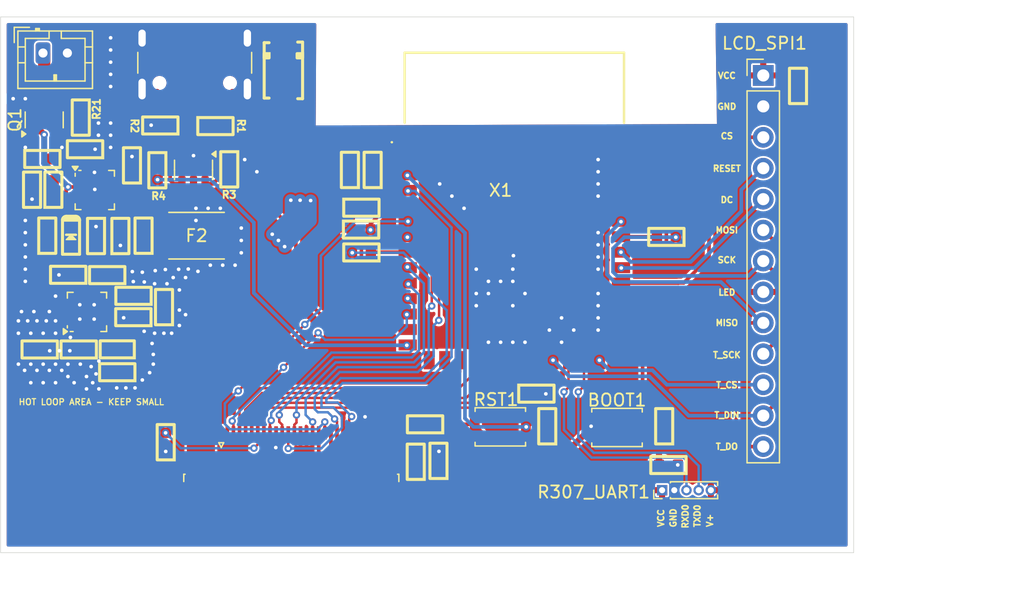
<source format=kicad_pcb>
(kicad_pcb (version 20240108) (generator "pcbnew") (generator_version "8.0")
  (layers (0 "F.Cu" signal) (31 "B.Cu" signal) (34 "B.Paste" user) (35 "F.Paste" user) (36 "B.SilkS" user "B.Silkscreen") (37 "F.SilkS" user "F.Silkscreen") (38 "B.Mask" user) (39 "F.Mask" user) (44 "Edge.Cuts" user))
  (net 0 "")
  (net 1 "/BOOT")
  (net 2 "GND")
  (net 3 "BATT+")
  (net 4 "5vUSB")
  (net 5 "VBATT")
  (net 6 "/C_VOUT")
  (net 7 "Net-(U4-SS{slash}TR)")
  (net 8 "+3.3v")
  (net 9 "/EN")
  (net 10 "/CAM_Y6")
  (net 11 "+5v")
  (net 12 "/VBUS_5V")
  (net 13 "Net-(J1-CC2)")
  (net 14 "Net-(J1-D+-PadA6)")
  (net 15 "Net-(J1-CC1)")
  (net 17 "Net-(J1-D--PadA7)")
  (net 19 "Net-(L1-Pad1)")
  (net 20 "/TFT_DC{slash}IO39")
  (net 21 "/TFT_MISO{slash}IO42")
  (net 22 "/TFT_MOSI{slash}IO21")
  (net 23 "/TOUCH_CS{slash}IO45")
  (net 24 "/TFT_RST{slash}IO40")
  (net 25 "/TFT_CS{slash}IO38")
  (net 26 "/TFT_SCK{slash}IO41")
  (net 27 "Net-(LE1-Pad1)")
  (net 28 "Net-(U3-~{CHG})")
  (net 30 "/CAM_Y5")
  (net 32 "/CAM_PCLK")
  (net 33 "/CAM_Y2")
  (net 34 "/CAM_Y9")
  (net 35 "/CAM_SIOD")
  (net 36 "/CAM_VSYNC")
  (net 37 "/CAM_HREF")
  (net 38 "/CAM_RESET")
  (net 39 "/CAM_Y7")
  (net 40 "/CAM_Y4")
  (net 41 "/CAM_Y8")
  (net 42 "/CAM_PWND")
  (net 43 "/CAM_XCLK")
  (net 44 "/CAM_Y3")
  (net 46 "/CAM_SIOC")
  (net 47 "Net-(Q1-G)")
  (net 48 "Net-(R3-Pad1)")
  (net 49 "/IO19{slash}D-(N)")
  (net 50 "Net-(R4-Pad1)")
  (net 51 "/IO20{slash}D+(P)")
  (net 52 "Net-(U3-TS)")
  (net 53 "Net-(U3-ISET)")
  (net 54 "Net-(U3-ILIM)")
  (net 55 "Net-(X1-IO41)")
  (net 56 "Net-(U4-PG)")
  (net 57 "Net-(R12-Pad2)")
  (net 58 "Net-(X1-IO15)")
  (net 59 "/TXD0{slash}IO48")
  (net 60 "/RXD0{slash}IO47")
  (footprint "KICAD_USB_FOOTPRINT_CUS:R_0603" (layer "F.Cu") (at 80.42 55.9 90)
    (property "Reference" "R15" (hide yes))
    (property "Value" "10K" (hide yes))
  )
  (footprint "Package_DFN_QFN:VQFN-16-1EP_3x3mm_P0.5mm_EP1.68x1.68mm_ThermalVias" (layer "F.Cu") (at 33.0585 46.5111 90)
    (property "Reference" "U4" (hide yes))
    (property "Value" "TPS62130" (hide yes))
  )
  (footprint "KICAD_USB_FOOTPRINT_CUS:C_0603" (layer "F.Cu") (at 56.5 34.85 -90)
    (property "Reference" "C8" (hide yes))
    (property "Value" "0.1uF" (hide yes))
  )
  (footprint "KICAD_USB_FOOTPRINT_CUS:R_0603" (layer "F.Cu") (at 29.4 33.95)
    (property "Reference" "R6" (hide yes))
    (property "Value" "1K2" (hide yes))
  )
  (footprint "KICAD_USB_FOOTPRINT_CUS:C_0603" (layer "F.Cu") (at 32.3814 49.5933)
    (property "Reference" "C15" (hide yes))
    (property "Value" "10uF" (hide yes))
  )
  (footprint "Package_TO_SOT_SMD:SOT-23" (layer "F.Cu") (at 29.55 30.7375 90)
    (property "Reference" "Q1")
    (property "Value" "PMOS_Substrate" (hide yes))
  )
  (footprint "KICAD_USB_FOOTPRINT_CUS:FUSER_MF-MSMF150_24X-2" (layer "F.Cu") (at 42.05 40.25)
    (property "Reference" "F2")
    (property "Value" "MF-MSMF150_24X-2" (hide yes))
  )
  (footprint "KICAD_USB_FOOTPRINT_CUS:R_0603" (layer "F.Cu") (at 36.75 34.475 -90)
    (property "Reference" "R7" (hide yes))
    (property "Value" "1K2" (hide yes))
  )
  (footprint "KICAD_USB_FOOTPRINT_CUS:C_0603" (layer "F.Cu") (at 39.52 57.21 -90)
    (property "Reference" "C14" (hide yes))
    (property "Value" "0.1uF" (hide yes))
  )
  (footprint "KICAD_USB_FOOTPRINT_CUS:R_0603" (layer "F.Cu") (at 36.864201 46.9417 180)
    (property "Reference" "R13" (hide yes))
    (property "Value" "100K" (hide yes))
  )
  (footprint "Button_Switch_SMD:SW_Push_SPST_NO_Alps_SKRK" (layer "F.Cu") (at 66.975 55.95)
    (property "Reference" "RST1")
    (property "Value" "SW_Push" (hide yes))
  )
  (footprint "KICAD_USB_FOOTPRINT_CUS:C_0603" (layer "F.Cu") (at 35.8 40.275 90)
    (property "Reference" "C16" (hide yes))
    (property "Value" "22uF" (hide yes))
  )
  (footprint "KICAD_USB_FOOTPRINT_CUS:ESP32S3WROOM1N8R2" (layer "F.Cu") (at 68.125 37.975)
    (property "Reference" "X1")
    (property "Value" "ESP32-S3-WROOM-1-N16R8" (hide yes))
    (property "VALUE" "ESP32-S3-WROOM-1-N16R8" (hide yes))
  )
  (footprint "KICAD_USB_FOOTPRINT_CUS:R_0603" (layer "F.Cu") (at 39.3788 46.1159 -90)
    (property "Reference" "R12" (hide yes))
    (property "Value" "316" (hide yes))
  )
  (footprint "KICAD_USB_FOOTPRINT_CUS:C_0603" (layer "F.Cu") (at 60.8 55.74 180)
    (property "Reference" "C13" (hide yes))
    (property "Value" "0.1uF" (hide yes))
  )
  (footprint "Connector_JST:JST_PH_B2B-PH-K_1x02_P2.00mm_Vertical" (layer "F.Cu") (at 29.45 25.25)
    (property "Reference" "BT1" (hide yes))
    (property "Value" "Battery_18650" (hide yes))
  )
  (footprint "KICAD_USB_FOOTPRINT_CUS:R_0603" (layer "F.Cu") (at 37.7 40.25 90)
    (property "Reference" "R8" (hide yes))
    (property "Value" "1K" (hide yes))
  )
  (footprint "Button_Switch_SMD:SW_Push_SPST_NO_Alps_SKRK" (layer "F.Cu") (at 76.55 56)
    (property "Reference" "BOOT1")
    (property "Value" "SW_Push" (hide yes))
  )
  (footprint "Connector_PinHeader_2.54mm:PinHeader_1x13_P2.54mm_Vertical" (layer "F.Cu") (at 88.55 27.09)
    (property "Reference" "LCD_SPI1")
    (property "Value" "Conn_01x13_Socket" (hide yes))
  )
  (footprint "KICAD_USB_FOOTPRINT_CUS:R_0603" (layer "F.Cu") (at 55.55 39.75)
    (property "Reference" "R18" (hide yes))
    (property "Value" "4.7K" (hide yes))
  )
  (footprint "Package_DFN_QFN:VQFN-16-1EP_3x3mm_P0.5mm_EP1.6x1.6mm" (layer "F.Cu") (at 33.7 36.5)
    (property "Reference" "U3" (hide yes))
    (property "Value" "BQ24075RGT" (hide yes))
  )
  (footprint "KICAD_USB_FOOTPRINT_CUS:R_0603" (layer "F.Cu") (at 32.55 30.55 -90)
    (property "Reference" "R21")
    (property "Value" "100K" (hide yes))
  )
  (footprint "KICAD_USB_FOOTPRINT_CUS:C_0603" (layer "F.Cu") (at 33.8 40.275 -90)
    (property "Reference" "C3" (hide yes))
    (property "Value" "0.1uF" (hide yes))
  )
  (footprint "KICAD_USB_FOOTPRINT_CUS:C_0603" (layer "F.Cu") (at 54.631422 34.85 -90)
    (property "Reference" "C9" (hide yes))
    (property "Value" "10uF" (hide yes))
  )
  (footprint "KICAD_USB_FOOTPRINT_CUS:R_0603" (layer "F.Cu") (at 55.575 41.625)
    (property "Reference" "R17" (hide yes))
    (property "Value" "33R" (hide yes))
  )
  (footprint "KICAD_USB_FOOTPRINT_CUS:R_0603" (layer "F.Cu") (at 70.825 55.9 90)
    (property "Reference" "R14" (hide yes))
    (property "Value" "10K" (hide yes))
  )
  (footprint "KICAD_USB_FOOTPRINT_CUS:R_0603" (layer "F.Cu") (at 39.075 31.2 180)
    (property "Reference" "R2")
    (property "Value" "5k1" (hide yes))
  )
  (footprint "Connector_USB:USB_C_Receptacle_GCT_USB4105-xx-A_16P_TopMnt_Horizontal" (layer "F.Cu") (at 41.9 25.1 180)
    (property "Reference" "J1" (hide yes))
    (property "Value" "USB_C_Receptacle_USB2.0_16P" (hide yes))
  )
  (footprint "KICAD_USB_FOOTPRINT_CUS:R_0603" (layer "F.Cu") (at 35.5434 51.4629)
    (property "Reference" "R11" (hide yes))
    (property "Value" "1.2K" (hide yes))
  )
  (footprint "KICAD_USB_FOOTPRINT_CUS:C_0603" (layer "F.Cu") (at 32.9 33.15 180)
    (property "Reference" "C1" (hide yes))
    (property "Value" "10uF" (hide yes))
  )
  (footprint "KICAD_USB_FOOTPRINT_CUS:R_0603" (layer "F.Cu") (at 43.6 31.25)
    (property "Reference" "R1")
    (property "Value" "5k1" (hide yes))
  )
  (footprint "KICAD_USB_FOOTPRINT_CUS:R_0603" (layer "F.Cu") (at 80.6 40.35)
    (property "Reference" "R9" (hide yes))
    (property "Value" "22R" (hide yes))
  )
  (footprint "KICAD_USB_FOOTPRINT_CUS:R_0603" (layer "F.Cu") (at 38.833 34.8782 -90)
    (property "Reference" "R4")
    (property "Value" "22R" (hide yes))
  )
  (footprint "KICAD_USB_FOOTPRINT_CUS:C_0603" (layer "F.Cu") (at 31.5172 43.4619)
    (property "Reference" "C6" (hide yes))
    (property "Value" "10uF" (hide yes))
  )
  (footprint "KICAD_USB_FOOTPRINT_CUS:R_0603" (layer "F.Cu") (at 44.733 34.8032 -90)
    (property "Reference" "R3")
    (property "Value" "22R" (hide yes))
  )
  (footprint "KICAD_USB_FOOTPRINT_CUS:R_0603" (layer "F.Cu") (at 60.035 58.815 90)
    (property "Reference" "R20" (hide yes))
    (property "Value" "10K" (hide yes))
  )
  (footprint "KICAD_USB_FOOTPRINT_CUS:C_0603" (layer "F.Cu") (at 91.4 27.95 90)
    (property "Reference" "C11" (hide yes))
    (property "Value" "0.1uF" (hide yes))
  )
  (footprint "KICAD_USB_FOOTPRINT_CUS:R_0603" (layer "F.Cu") (at 30.3 36.475 90)
    (property "Reference" "R10" (hide yes))
    (property "Value" "10K" (hide yes))
  )
  (footprint "KICAD_USB_FOOTPRINT_CUS:C_0603" (layer "F.Cu") (at 34.718199 43.4873 180)
    (property "Reference" "C4" (hide yes))
    (property "Value" "10uF" (hide yes))
  )
  (footprint "KICAD_USB_FOOTPRINT_CUS:C_0603" (layer "F.Cu") (at 36.8766 45.1891 180)
    (property "Reference" "C5" (hide yes))
    (property "Value" "10uF" (hide yes))
  )
  (footprint "KICAD_USB_FOOTPRINT_CUS:Package-Diode-D_SMA" (layer "F.Cu") (at 49.15 26.55 -90)
    (property "Reference" "D1" (hide yes))
    (property "Value" "D" (hide yes))
  )
  (footprint "KICAD_USB_FOOTPRINT_CUS:R_0603" (layer "F.Cu") (at 55.575 37.95)
    (property "Reference" "R19" (hide yes))
    (property "Value" "4.7K" (hide yes))
  )
  (footprint "KICAD_USB_FOOTPRINT_CUS:C_0603" (layer "F.Cu") (at 29.180401 49.5933 180)
    (property "Reference" "C7" (hide yes))
    (property "Value" "10uF" (hide yes))
  )
  (footprint "Package_TO_SOT_SMD:SOT-23-6" (layer "F.Cu") (at 41.8 34.85 -90)
    (property "Reference" "U1" (hide yes))
    (property "Value" "USBLC6-2SC6" (hide yes))
  )
  (footprint "KICAD_USB_FOOTPRINT_CUS:C_0603" (layer "F.Cu") (at 69.935 53.22)
    (property "Reference" "C12" (hide yes))
    (property "Value" "0.1uF" (hide yes))
  )
  (footprint "KICAD_USB_FOOTPRINT_CUS:R_0603" (layer "F.Cu") (at 61.9 58.74 90)
    (property "Reference" "R16" (hide yes))
    (property "Value" "10K" (hide yes))
  )
  (footprint "KICAD_USB_FOOTPRINT_CUS:LED_0603" (layer "F.Cu") (at 31.75 40.375 -90)
    (property "Reference" "LE1" (hide yes))
    (property "Value" "Led" (hide yes))
  )
  (footprint "KICAD_USB_FOOTPRINT_CUS:L_0603" (layer "F.Cu") (at 35.5434 49.5833 180)
    (property "Reference" "L1" (hide yes))
    (property "Value" "2.2uH-4.7uH" (hide yes))
  )
  (footprint "KICAD_USB_FOOTPRINT_CUS:C_0603" (layer "F.Cu") (at 80.77 59.08 180)
    (property "Reference" "C10" (hide yes))
    (property "Value" "0.1uF" (hide yes))
  )
  (footprint "KICAD_USB_FOOTPRINT_CUS:C_0603" (layer "F.Cu") (at 29.8 40.25 90)
    (property "Reference" "C2" (hide yes))
    (property "Value" "10uF" (hide yes))
  )
  (footprint "KICAD_USB_FOOTPRINT_CUS:R_0603" (layer "F.Cu") (at 28.55 36.475 -90)
    (property "Reference" "R5" (hide yes))
    (property "Value" "10K" (hide yes))
  )
  (footprint "Connector_FFC-FPC:TE_2-1734839-4_1x24-1MP_P0.5mm_Horizontal" (layer "F.Cu") (at 49.825 57.8)
    (property "Reference" "OV2640" (hide yes))
    (property "Value" "Conn_01x24_Socket")
  )
  (footprint "Connector_PinHeader_1.00mm:PinHeader_1x05_P1.00mm_Vertical" (layer "F.Cu") (at 80.25 61.15 90)
    (property "Reference" "R307_UART1")
    (property "Value" "Conn_01x05_Socket" (hide yes))
  )
  (gr_rect (start 25.9718 22.283) (end 95.9718 66.283) (stroke (width 0.05)) (fill none) (layer "Edge.Cuts"))
  (gr_text "SCK" (at 84.742857 42.54 0) (layer "F.SilkS") (effects (font (size 0.5 0.5) (thickness 0.125) (bold yes)) (justify left bottom)))
  (gr_text "T_CS" (at 84.611905 52.81 0) (layer "F.SilkS") (effects (font (size 0.5 0.5) (thickness 0.125) (bold yes)) (justify left bottom)))
  (gr_text "V+" (at 84.46 64.24 90) (layer "F.SilkS") (effects (font (size 0.5 0.5) (thickness 0.125) (bold yes)) (justify left bottom)))
  (gr_text "MISO" (at 84.57619 47.7 0) (layer "F.SilkS") (effects (font (size 0.5 0.5) (thickness 0.125) (bold yes)) (justify left bottom)))
  (gr_text "T_SCK" (at 84.361905 50.34 0) (layer "F.SilkS") (effects (font (size 0.5 0.5) (thickness 0.125) (bold yes)) (justify left bottom)))
  (gr_text "DC" (at 84.980952 37.6 0) (layer "F.SilkS") (effects (font (size 0.5 0.5) (thickness 0.125) (bold yes)) (justify left bottom)))
  (gr_text "LED" (at 84.802381 45.2 0) (layer "F.SilkS") (effects (font (size 0.5 0.5) (thickness 0.125) (bold yes)) (justify left bottom)))
  (gr_text "VCC" (at 80.45 64.24 90) (layer "F.SilkS") (effects (font (size 0.5 0.5) (thickness 0.125) (bold yes)) (justify left bottom)))
  (gr_text "RESET" (at 84.35 35.03 0) (layer "F.SilkS") (effects (font (size 0.5 0.5) (thickness 0.125) (bold yes)) (justify left bottom)))
  (gr_text "T_DIN" (at 84.469048 55.28 0) (layer "F.SilkS") (effects (font (size 0.5 0.5) (thickness 0.125) (bold yes)) (justify left bottom)))
  (gr_text "CS" (at 84.992857 32.36 0) (layer "F.SilkS") (effects (font (size 0.5 0.5) (thickness 0.125) (bold yes)) (justify left bottom)))
  (gr_text "VCC\n" (at 84.766667 27.4 0) (layer "F.SilkS") (effects (font (size 0.5 0.5) (thickness 0.125) (bold yes)) (justify left bottom)))
  (gr_text "RXD0" (at 82.45 64.36 90) (layer "F.SilkS") (effects (font (size 0.5 0.5) (thickness 0.125) (bold yes)) (justify left bottom)))
  (gr_text "T_DO" (at 84.588095 57.86 0) (layer "F.SilkS") (effects (font (size 0.5 0.5) (thickness 0.125) (bold yes)) (justify left bottom)))
  (gr_text "GND" (at 81.46 64.27 90) (layer "F.SilkS") (effects (font (size 0.5 0.5) (thickness 0.125) (bold yes)) (justify left bottom)))
  (gr_text "GND" (at 84.719047 29.94 0) (layer "F.SilkS") (effects (font (size 0.5 0.5) (thickness 0.125) (bold yes)) (justify left bottom)))
  (gr_text "TXD0" (at 83.43 64.26 90) (layer "F.SilkS") (effects (font (size 0.5 0.5) (thickness 0.125) (bold yes)) (justify left bottom)))
  (gr_text "HOT LOOP AREA - KEEP SMALL" (at 27.4 54.2 0) (layer "F.SilkS") (effects (font (size 0.5 0.5) (thickness 0.1)) (justify left bottom)))
  (gr_text "MOSI" (at 84.57619 40.09 0) (layer "F.SilkS") (effects (font (size 0.5 0.5) (thickness 0.125) (bold yes)) (justify left bottom)))
  (segment (start 78.65 50.175) (end 78.65 56) (width 0.3) (layer "F.Cu") (net 1))
  (segment (start 80.42 55.125) (end 79.525 55.125) (width 0.3) (layer "F.Cu") (net 1))
  (segment (start 77.7 49.225) (end 78.65 50.175) (width 0.3) (layer "F.Cu") (net 1))
  (segment (start 76.875 49.225) (end 77.7 49.225) (width 0.3) (layer "F.Cu") (net 1))
  (segment (start 79.525 55.125) (end 78.65 56) (width 0.3) (layer "F.Cu") (net 1))
  (segment (start 33.2755 46.7611) (end 33.0255 46.5111) (width 0.2) (layer "F.Cu") (net 2))
  (segment (start 66.625 41.835) (end 65.225 41.835) (width 0.3) (layer "F.Cu") (net 2))
  (segment (start 27.525 37.25) (end 28.55 37.25) (width 0.5) (layer "F.Cu") (net 2))
  (segment (start 31.596 46.7611) (end 31.596 47.2611) (width 0.2) (layer "F.Cu") (net 2))
  (segment (start 45.1 30.525) (end 44.375 31.25) (width 0.5) (layer "F.Cu") (net 2))
  (segment (start 27.475 33.95) (end 27.25 34.175) (width 0.5) (layer "F.Cu") (net 2))
  (segment (start 56.5 33.475) (end 56.5 34.075) (width 0.5) (layer "F.Cu") (net 2))
  (segment (start 68.025 41.835) (end 68.05 41.89) (width 0.3) (layer "F.Cu") (net 2))
  (segment (start 38.325 31.175) (end 38.3 31.2) (width 0.3) (layer "F.Cu") (net 2))
  (segment (start 65.225 40.435) (end 65.225 41.835) (width 0.3) (layer "F.Cu") (net 2))
  (segment (start 37.296 46.0781) (end 37.6516 45.722501) (width 0.2) (layer "F.Cu") (net 2))
  (segment (start 35.493199 43.4873) (end 36.4927 43.4873) (width 0.2) (layer "F.Cu") (net 2))
  (segment (start 55.6 55.125) (end 55.075 55.65) (width 0.2) (layer "F.Cu") (net 2))
  (segment (start 33.7 36.45) (end 33.65 36.45) (width 0.2) (layer "F.Cu") (net 2))
  (segment (start 64.665 55.74) (end 64.875 55.95) (width 0.3) (layer "F.Cu") (net 2))
  (segment (start 36.4927 43.4873) (end 36.78 43.2) (width 0.2) (layer "F.Cu") (net 2))
  (segment (start 65.225 36.675) (end 61.265 32.715) (width 0.3) (layer "F.Cu") (net 2))
  (segment (start 68.05 41.89) (end 66.625 41.835) (width 0.3) (layer "F.Cu") (net 2))
  (segment (start 30.799 43.431) (end 30.76 43.47) (width 0.3) (layer "F.Cu") (net 2))
  (segment (start 76.875 32.715) (end 72.26 32.715) (width 0.3) (layer "F.Cu") (net 2))
  (segment (start 36.068 46.99) (end 36.0892 46.9417) (width 0.2) (layer "F.Cu") (net 2))
  (segment (start 33.7 36.5) (end 33.7 36.45) (width 0.2) (layer "F.Cu") (net 2))
  (segment (start 30.76 43.47) (end 30.799 43.509) (width 0.3) (layer "F.Cu") (net 2))
  (segment (start 27.25 36.975) (end 27.525 37.25) (width 0.5) (layer "F.Cu") (net 2))
  (segment (start 32.95 37.9375) (end 32.95 37.25) (width 0.2) (layer "F.Cu") (net 2))
  (segment (start 65.225 39.035) (end 65.225 40.435) (width 0.3) (layer "F.Cu") (net 2))
  (segment (start 36.432399 46.0781) (end 37.296 46.0781) (width 0.2) (layer "F.Cu") (net 2))
  (segment (start 34.488 47.261098) (end 33.775499 47.2611) (width 0.2) (layer "F.Cu") (net 2))
  (segment (start 34.375 37.175) (end 33.7 36.5) (width 0.2) (layer "F.Cu") (net 2))
  (segment (start 44.375 32.025) (end 45.1 32.75) (width 0.5) (layer "F.Cu") (net 2))
  (segment (start 65.225 40.435) (end 66.625 40.435) (width 0.3) (layer "F.Cu") (net 2))
  (segment (start 33.775499 47.2611) (end 33.6155 47.1011) (width 0.2) (layer "F.Cu") (net 2))
  (segment (start 36.0892 46.9417) (end 36.089199 46.4213) (width 0.2) (layer "F.Cu") (net 2))
  (segment (start 31.596 47.2611) (end 30.4971 47.2611) (width 0.2) (layer "F.Cu") (net 2))
  (segment (start 72.26 32.715) (end 68.025 36.95) (width 0.3) (layer "F.Cu") (net 2))
  (segment (start 66.625 39.035) (end 68.025 39.035) (width 0.3) (layer "F.Cu") (net 2))
  (segment (start 56.5 34.075) (end 54.631422 34.075) (width 0.5) (layer "F.Cu") (net 2))
  (segment (start 38.7 29.9) (end 38.3 30.3) (width 0.3) (layer "F.Cu") (net 2))
  (segment (start 35.7698 47.261101) (end 36.068 46.99) (width 0.2) (layer "F.Cu") (net 2))
  (segment (start 34.488 46.7611) (end 33.2755 46.7611) (width 0.2) (layer "F.Cu") (net 2))
  (segment (start 45.645 28.78) (end 46.22 28.205) (width 0.5) (layer "F.Cu") (net 2))
  (segment (start 67.325 58.4) (end 64.875 55.95) (width 0.5) (layer "F.Cu") (net 2))
  (segment (start 47.75 34.075) (end 54.631422 34.075) (width 0.5) (layer "F.Cu") (net 2))
  (segment (start 57.26 32.715) (end 56.5 33.475) (width 0.5) (layer "F.Cu") (net 2))
  (segment (start 30.799 43.509) (end 30.799 43.5746) (width 0.3) (layer "F.Cu") (net 2))
  (segment (start 28.625 33.95) (end 27.475 33.95) (width 0.5) (layer "F.Cu") (net 2))
  (segment (start 32.2625 37.25) (end 32.95 37.9375) (width 0.3) (layer "F.Cu") (net 2))
  (segment (start 68.025 36.95) (end 68.025 39.035) (width 0.3) (layer "F.Cu") (net 2))
  (segment (start 45.1 28.78) (end 45.1 30.525) (width 0.5) (layer "F.Cu") (net 2))
  (segment (start 64.625 56.2) (end 64.875 55.95) (width 0.3) (layer "F.Cu") (net 2))
  (segment (start 38.155 28.78) (end 37.58 28.205) (width 0.3) (layer "F.Cu") (net 2))
  (segment (start 48.575 56.45) (end 48.575 57.625) (width 0.2) (layer "F.Cu") (net 2))
  (segment (start 44.375 31.25) (end 44.375 32.025) (width 0.5) (layer "F.Cu") (net 2))
  (segment (start 61.265 32.715) (end 59.375 32.715) (width 0.3) (layer "F.Cu") (net 2))
  (segment (start 31.596 47.2611) (end 32.3085 47.2611) (width 0.2) (layer "F.Cu") (net 2))
  (segment (start 45.1 28.78) (end 45.645 28.78) (width 0.5) (layer "F.Cu") (net 2))
  (segment (start 37.6516 45.722501) (end 37.6516 45.1891) (width 0.2) (layer "F.Cu") (net 2))
  (segment (start 74.425 56.025) (end 74.425 55.9) (width 0.5) (layer "F.Cu") (net 2))
  (segment (start 38.3 30.3) (end 38.325 31.175) (width 0.3) (layer "F.Cu") (net 2))
  (segment (start 68.025 40.435) (end 68.025 41.835) (width 0.3) (layer "F.Cu") (net 2))
  (segment (start 65.225 39.035) (end 65.225 36.675) (width 0.3) (layer "F.Cu") (net 2))
  (segment (start 33.775499 45.7611) (end 33.6155 45.9211) (width 0.2) (layer "F.Cu") (net 2))
  (segment (start 32.3085 47.2611) (end 32.4685 47.1011) (width 0.2) (layer "F.Cu") (net 2))
  (segment (start 30.4971 47.2611) (end 30.48 47.244) (width 0.2) (layer "F.Cu") (net 2))
  (segment (start 33.2755 46.261101) (end 33.0255 46.5111) (width 0.2) (layer "F.Cu") (net 2))
  (segment (start 34.375 37.8625) (end 34.375 37.175) (width 0.2) (layer "F.Cu") (net 2))
  (segment (start 91.4 28.725) (end 91.4 29) (width 0.5) (layer "F.Cu") (net 2))
  (segment (start 74.55 55.9) (end 72.05 58.4) (width 0.5) (layer "F.Cu") (net 2))
  (segment (start 46.425 32.75) (end 47.75 34.075) (width 0.5) (layer "F.Cu") (net 2))
  (segment (start 33.65 36.45) (end 33.7 36.5) (width 0.2) (layer "F.Cu") (net 2))
  (segment (start 32.95 37.25) (end 33.7 36.5) (width 0.2) (layer "F.Cu") (net 2))
  (segment (start 91.4 29) (end 90.77 29.63) (width 0.5) (layer "F.Cu") (net 2))
  (segment (start 45.1 32.75) (end 46.425 32.75) (width 0.5) (layer "F.Cu") (net 2))
  (segment (start 34.45 37.9375) (end 34.375 37.8625) (width 0.2) (layer "F.Cu") (net 2))
  (segment (start 30.05 42) (end 29.8 41.75) (width 0.3) (layer "F.Cu") (net 2))
  (segment (start 66.625 39.035) (end 66.625 40.435) (width 0.3) (layer "F.Cu") (net 2))
  (segment (start 55.075 55.65) (end 55.075 56.45) (width 0.2) (layer "F.Cu") (net 2))
  (segment (start 74.425 55.9) (end 74.55 55.9) (width 0.5) (layer "F.Cu") (net 2))
  (segment (start 33.45 36.75) (end 33.7 36.5) (width 0.2) (layer "F.Cu") (net 2))
  (segment (start 74.45 56) (end 74.425 56.025) (width 0.5) (layer "F.Cu") (net 2))
  (segment (start 33.45 37.9375) (end 33.45 36.75) (width 0.2) (layer "F.Cu") (net 2))
  (segment (start 55.875 55.125) (end 55.6 55.125) (width 0.2) (layer "F.Cu") (net 2))
  (segment (start 59.375 32.715) (end 57.26 32.715) (width 0.5) (layer "F.Cu") (net 2))
  (segment (start 34.488 45.7611) (end 33.775499 45.7611) (width 0.2) (layer "F.Cu") (net 2))
  (segment (start 34.488 46.261101) (end 33.2755 46.261101) (width 0.2) (layer "F.Cu") (net 2))
  (segment (start 66.625 41.835) (end 66.625 40.435) (width 0.3) (layer "F.Cu") (net 2))
  (segment (start 48.575 57.625) (end 48.55 57.65) (width 0.2) (layer "F.Cu") (net 2))
  (segment (start 32.55 29.775) (end 32.55 28.75) (width 1) (layer "F.Cu") (net 2))
  (segment (start 38.7 28.78) (end 38.7 29.9) (width 0.3) (layer "F.Cu") (net 2))
  (segment (start 30.799 42.749) (end 30.799 43.431) (width 0.3) (layer "F.Cu") (net 2))
  (segment (start 34.521 47.261101) (end 35.7698 47.261101) (width 0.2) (layer "F.Cu") (net 2))
  (segment (start 32.55 28.75) (end 31.45 27.65) (width 1) (layer "F.Cu") (net 2))
  (segment (start 90.77 29.63) (end 88.55 29.63) (width 0.5) (layer "F.Cu") (net 2))
  (segment (start 29.8 41.75) (end 30.799 42.749) (width 0.3) (layer "F.Cu") (net 2))
  (segment (start 27.25 34.175) (end 27.25 36.975) (width 0.5) (layer "F.Cu") (net 2))
  (segment (start 68.025 40.435) (end 66.625 40.435) (width 0.3) (layer "F.Cu") (net 2))
  (segment (start 65.225 39.035) (end 66.625 39.035) (width 0.3) (layer "F.Cu") (net 2))
  (segment (start 61.575 55.74) (end 64.665 55.74) (width 0.3) (layer "F.Cu") (net 2))
  (segment (start 38.7 28.78) (end 38.155 28.78) (width 0.3) (layer "F.Cu") (net 2))
  (segment (start 31.45 27.65) (end 31.45 25.25) (width 1) (layer "F.Cu") (net 2))
  (segment (start 72.05 58.4) (end 67.325 58.4) (width 0.5) (layer "F.Cu") (net 2))
  (segment (start 29.8 41.025) (end 29.8 41.75) (width 0.3) (layer "F.Cu") (net 2))
  (segment (start 36.089199 46.4213) (end 36.432399 46.0781) (width 0.2) (layer "F.Cu") (net 2))
  (via (at 38.325 31.175) (size 0.6) (drill 0.3) (layers "F.Cu" "B.Cu") (net 2))
  (via (at 71 48) (size 0.6) (drill 0.3) (layers "F.Cu" "B.Cu") (net 2))
  (via (at 33.725 33.15) (size 0.6) (drill 0.3) (layers "F.Cu" "B.Cu") (net 2))
  (via (at 75 34) (size 0.6) (drill 0.3) (layers "F.Cu" "B.Cu") (net 2))
  (via (at 68 43) (size 0.6) (drill 0.3) (layers "F.Cu" "B.Cu") (net 2))
  (via (at 28.956 51.308) (size 0.6) (drill 0.3) (layers "F.Cu" "B.Cu") (net 2))
  (via (at 27.686 46.482) (size 0.6) (drill 0.3) (layers "F.Cu" "B.Cu") (net 2))
  (via (at 69 49) (size 0.6) (drill 0.3) (layers "F.Cu" "B.Cu") (net 2))
  (via (at 41.37 42.99) (size 0.6) (drill 0.3) (layers "F.Cu" "B.Cu") (net 2))
  (via (at 72 49) (size 0.6) (drill 0.3) (layers "F.Cu" "B.Cu") (net 2))
  (via (at 36.068 46.99) (size 0.6) (drill 0.3) (layers "F.Cu" "B.Cu") (net 2))
  (via (at 75 42) (size 0.6) (drill 0.3) (layers "F.Cu" "B.Cu") (net 2))
  (via (at 42 38) (size 0.6) (drill 0.3) (layers "F.Cu" "B.Cu") (net 2))
  (via (at 36.86 44.02) (size 0.6) (drill 0.3) (layers "F.Cu" "B.Cu") (net 2))
  (via (at 30.48 52.324) (size 0.6) (drill 0.3) (layers "F.Cu" "B.Cu") (net 2))
  (via (at 37 52.75) (size 0.6) (drill 0.3) (layers "F.Cu" "B.Cu") (net 2))
  (via (at 39.624 44.196) (size 0.6) (drill 0.3) (layers "F.Cu" "B.Cu") (net 2))
  (via (at 33.02 51.816) (size 0.6) (drill 0.3) (layers "F.Cu" "B.Cu") (net 2))
  (via (at 41.148 46.736) (size 0.6) (drill 0.3) (layers "F.Cu" "B.Cu") (net 2))
  (via (at 27.432 47.244) (size 0.6) (drill 0.3) (layers "F.Cu" "B.Cu") (net 2))
  (via (at 27.432 48.26) (size 0.6) (drill 0.3) (layers "F.Cu" "B.Cu") (net 2))
  (via (at 28 33) (size 0.6) (drill 0.3) (layers "F.Cu" "B.Cu") (net 2))
  (via (at 35.8 41.05) (size 0.6) (drill 0.3) (layers "F.Cu" "B.Cu") (net 2))
  (via (at 40.132 43.688) (size 0.6) (drill 0.3) (layers "F.Cu" "B.Cu") (net 2))
  (via (at 65 46) (size 0.6) (drill 0.3) (layers "F.Cu" "B.Cu") (net 2))
  (via (at 35 24) (size 0.6) (drill 0.3) (layers "F.Cu" "B.Cu") (net 2))
  (via (at 72 47) (size 0.6) (drill 0.3) (layers "F.Cu" "B.Cu") (net 2))
  (via (at 45.72 41.656) (size 0.6) (drill 0.3) (layers "F.Cu" "B.Cu") (net 2))
  (via (at 66 49) (size 0.6) (drill 0.3) (layers "F.Cu" "B.Cu") (net 2))
  (via (at 32.004 52.324) (size 0.6) (drill 0.3) (layers "F.Cu" "B.Cu") (net 2))
  (via (at 68.05 41.89) (size 0.6) (drill 0.3) (layers "F.Cu" "B.Cu") (net 2))
  (via (at 55.875 55.125) (size 0.6) (drill 0.3) (layers "F.Cu" "B.Cu") (net 2))
  (via (at 40.64 46.355) (size 0.6) (drill 0.3) (layers "F.Cu" "B.Cu") (net 2))
  (via (at 74.425 55.9) (size 0.6) (drill 0.3) (layers "F.Cu" "B.Cu") (net 2))
  (via (at 38.608 48.26) (size 0.6) (drill 0.3) (layers "F.Cu" "B.Cu") (net 2))
  (via (at 61.94 57.96) (size 0.6) (drill 0.3) (layers "F.Cu" "B.Cu") (net 2))
  (via (at 33.675 35.05) (size 0.6) (drill 0.3) (layers "F.Cu" "B.Cu") (net 2))
  (via (at 29.464 48.26) (size 0.6) (drill 0.3) (layers "F.Cu" "B.Cu") (net 2))
  (via (at 30.48 47.244) (size 0.6) (drill 0.3) (layers "F.Cu" "B.Cu") (net 2))
  (via (at 75 43) (size 0.6) (drill 0.3) (layers "F.Cu" "B.Cu") (net 2))
  (via (at 69 45) (size 0.6) (drill 0.3) (layers "F.Cu" "B.Cu") (net 2))
  (via (at 41.148 43.688) (size 0.6) (drill 0.3) (layers "F.Cu" "B.Cu") (net 2))
  (via (at 38.608 44.196) (size 0.6) (drill 0.3) (layers "F.Cu" "B.Cu") (net 2))
  (via (at 31.7 48.6) (size 0.6) (drill 0.3) (layers "F.Cu" "B.Cu") (net 2))
  (via (at 81.535 59.075) (size 0.6) (drill 0.3) (layers "F.Cu" "B.Cu") (net 2))
  (via (at 68 46) (size 0.6) (drill 0.3) (layers "F.Cu" "B.Cu") (net 2))
  (via (at 40.58 43.01) (size 0.6) (drill 0.3) (layers "F.Cu" "B.Cu") (net 2))
  (via (at 64 38) (size 0.6) (drill 0.3) (layers "F.Cu" "B.Cu") (net 2))
  (via (at 37.6 43.25) (size 0.6) (drill 0.3) (layers "F.Cu" "B.Cu") (net 2))
  (via (at 43.18 42.672) (size 0.6) (drill 0.3) (layers "F.Cu" "B.Cu") (net 2))
  (via (at 38.4 49.1) (size 0.6) (drill 0.3) (layers "F.Cu" "B.Cu") (net 2))
  (via (at 28.702 46.482) (size 0.6) (drill 0.3) (layers "F.Cu" "B.Cu") (net 2))
  (via (at 39.37 48.26) (size 0.6) (drill 0.3) (layers "F.Cu" "B.Cu") (net 2))
  (via (at 48.55 57.65) (size 0.6) (drill 0.3) (layers "F.Cu" "B.Cu") (net 2))
  (via (at 29.972 46.482) (size 0.6) (drill 0.3) (layers "F.Cu" "B.Cu") (net 2))
  (via (at 34.036 50.546) (size 0.6) (drill 0.3) (layers "F.Cu" "B.Cu") (net 2))
  (via (at 30.8 49.7) (size 0.6) (drill 0.3) (layers "F.Cu" "B.Cu") (net 2))
  (via (at 28 41) (size 0.6) (drill 0.3) (layers "F.Cu" "B.Cu") (net 2))
  (via (at 75 41) (size 0.6) (drill 0.3) (layers "F.Cu" "B.Cu") (net 2))
  (via (at 75 37) (size 0.6) (drill 0.3) (layers "F.Cu" "B.Cu") (net 2))
  (via (at 29.718 47.244) (size 0.6) (drill 0.3) (layers "F.Cu" "B.Cu") (net 2))
  (via (at 37.749971 48.102029) (size 0.6) (drill 0.3) (layers "F.Cu" "B.Cu") (net 2))
  (via (at 31.65 49.7) (size 0.6) (drill 0.3) (layers "F.Cu" "B.Cu") (net 2))
  (via (at 67 44) (size 0.6) (drill 0.3) (layers "F.Cu" "B.Cu") (net 2))
  (via (at 33.7 36.45) (size 0.6) (drill 0.3) (layers "F.Cu" "B.Cu") (net 2))
  (via (at 28.448 52.324) (size 0.6) (drill 0.3) (layers "F.Cu" "B.Cu") (net 2))
  (via (at 40.005 48.26) (size 0.6) (drill 0.3) (layers "F.Cu" "B.Cu") (net 2))
  (via (at 28 44) (size 0.6) (drill 0.3) (layers "F.Cu" "B.Cu") (net 2))
  (via (at 37.6 52.1) (size 0.6) (drill 0.3) (layers "F.Cu" "B.Cu") (net 2))
  (via (at 28.194 47.244) (size 0.6) (drill 0.3) (layers "F.Cu" "B.Cu") (net 2))
  (via (at 29.464 50.8) (size 0.6) (drill 0.3) (layers "F.Cu" "B.Cu") (net 2))
  (via (at 30.48 48.26) (size 0.6) (drill 0.3) (layers "F.Cu" "B.Cu") (net 2))
  (via (at 35 26) (size 0.6) (drill 0.3) (layers "F.Cu" "B.Cu") (net 2))
  (via (at 28.448 50.8) (size 0.6) (drill 0.3) (layers "F.Cu" "B.Cu") (net 2))
  (via (at 41.8 33.675) (size 0.6) (drill 0.3) (layers "F.Cu" "B.Cu") (net 2))
  (via (at 27 29) (size 0.6) (drill 0.3) (layers "F.Cu" "B.Cu") (net 2))
  (via (at 31.496 51.816) (size 0.6) (drill 0.3) (layers "F.Cu" "B.Cu") (net 2))
  (via (at 31.496 50.8) (size 0.6) (drill 0.3) (layers "F.Cu" "B.Cu") (net 2))
  (via (at 45.72 40.64) (size 0.6) (drill 0.3) (layers "F.Cu" "B.Cu") (net 2))
  (via (at 28.448 48.26) (size 0.6) (drill 0.3) (layers "F.Cu" "B.Cu") (net 2))
  (via (at 75 47) (size 0.6) (drill 0.3) (layers "F.Cu" "B.Cu") (net 2))
  (via (at 28 39) (size 0.6) (drill 0.3) (layers "F.Cu" "B.Cu") (net 2))
  (via (at 35 31) (size 0.6) (drill 0.3) (layers "F.Cu" "B.Cu") (net 2))
  (via (at 35 32) (size 0.6) (drill 0.3) (layers "F.Cu" "B.Cu") (net 2))
  (via (at 31 33) (size 0.6) (drill 0.3) (layers "F.Cu" "B.Cu") (net 2))
  (via (at 36.78 43.2) (size 0.6) (drill 0.3) (layers "F.Cu" "B.Cu") (net 2))
  (via (at 28.55 37.25) (size 0.6) (drill 0.3) (layers "F.Cu" "B.Cu") (net 2))
  (via (at 44 38) (size 0.6) (drill 0.3) (layers "F.Cu" "B.Cu") (net 2))
  (via (at 73 48) (size 0.6) (drill 0.3) (layers "F.Cu" "B.Cu") (net 2))
  (via (at 33.4 51) (size 0.6) (drill 0.3) (layers "F.Cu" "B.Cu") (net 2))
  (via (at 75 35) (size 0.6) (drill 0.3) (layers "F.Cu" "B.Cu") (net 2))
  (via (at 37.76 44.05) (size 0.6) (drill 0.3) (layers "F.Cu" "B.Cu") (net 2))
  (via (at 33.02 52.832) (size 0.6) (drill 0.3) (layers "F.Cu" "B.Cu") (net 2))
  (via (at 36.25 52.75) (size 0.6) (drill 0.3) (layers "F.Cu" "B.Cu") (net 2))
  (via (at 47 35) (size 0.6) (drill 0.3) (layers "F.Cu" "B.Cu") (net 2))
  (via (at 46 34) (size 0.6) (drill 0.3) (layers "F.Cu" "B.Cu") (net 2))
  (via (at 33.8 51.6) (size 0.6) (drill 0.3) (layers "F.Cu" "B.Cu") (net 2))
  (via (at 65 43) (size 0.6) (drill 0.3) (layers "F.Cu" "B.Cu") (net 2))
  (via (at 40.64 44.704) (size 0.6) (drill 0.3) (layers "F.Cu" "B.Cu") (net 2))
  (via (at 75 40) (size 0.6) (drill 0.3) (layers "F.Cu" "B.Cu") (net 2))
  (via (at 30.988 51.308) (size 0.6) (drill 0.3) (layers "F.Cu" "B.Cu") (net 2))
  (via (at 39.49 43.03) (size 0.6) (drill 0.3) (layers "F.Cu" "B.Cu") (net 2))
  (via (at 44.196 42.672) (size 0.6) (drill 0.3) (layers "F.Cu" "B.Cu") (net 2))
  (via (at 34 31) (size 0.6) (drill 0.3) (layers "F.Cu" "B.Cu") (net 2))
  (via (at 45.72 39.624) (size 0.6) (drill 0.3) (layers "F.Cu" "B.Cu") (net 2))
  (via (at 68 49) (size 0.6) (drill 0.3) (layers "F.Cu" "B.Cu") (net 2))
  (via (at 45.212 42.672) (size 0.6) (drill 0.3) (layers "F.Cu" "B.Cu") (net 2))
  (via (at 75 48) (size 0.6) (drill 0.3) (layers "F.Cu" "B.Cu") (net 2))
  (via (at 29.464 52.324) (size 0.6) (drill 0.3) (layers "F.Cu" "B.Cu") (net 2))
  (via (at 63 37) (size 0.6) (drill 0.3) (layers "F.Cu" "B.Cu") (net 2))
  (via (at 38.66 43.12) (size 0.6) (drill 0.3) (layers "F.Cu" "B.Cu") (net 2))
  (via (at 35 25) (size 0.6) (drill 0.3) (layers "F.Cu" "B.Cu") (net 2))
  (via (at 40.64 47.625) (size 0.6) (drill 0.3) (layers "F.Cu" "B.Cu") (net 2))
  (via (at 35 27) (size 0.6) (drill 0.3) (layers "F.Cu" "B.Cu") (net 2))
  (via (at 68 44) (size 0.6) (drill 0.3) (layers "F.Cu" "B.Cu") (net 2))
  (via (at 66 45) (size 0.6) (drill 0.3) (layers "F.Cu" "B.Cu") (net 2))
  (via (at 35.5 52.75) (size 0.6) (drill 0.3) (layers "F.Cu" "B.Cu") (net 2))
  (via (at 33.8 39.5) (size 0.6) (drill 0.3) (layers "F.Cu" "B.Cu") (net 2))
  (via (at 75 46) (size 0.6) (drill 0.3) (layers "F.Cu" "B.Cu") (net 2))
  (via (at 33.528 52.324) (size 0.6) (drill 0.3) (layers "F.Cu" "B.Cu") (net 2))
  (via (at 75 45) (size 0.6) (drill 0.3) (layers "F.Cu" "B.Cu") (net 2))
  (via (at 66 44) (size 0.6) (drill 0.3) (layers "F.Cu" "B.Cu") (net 2))
  (via (at 38.5 50) (size 0.6) (drill 0.3) (layers "F.Cu" "B.Cu") (net 2))
  (via (at 29.972 51.308) (size 0.6) (drill 0.3) (layers "F.Cu" "B.Cu") (net 2))
  (via (at 28.956 47.244) (size 0.6) (drill 0.3) (layers "F.Cu" "B.Cu") (net 2))
  (via (at 27.432 50.8) (size 0.6) (drill 0.3) (layers "F.Cu" "B.Cu") (net 2))
  (via (at 42.164 43.18) (size 0.6) (drill 0.3) (layers "F.Cu" "B.Cu") (net 2))
  (via (at 30 49.7) (size 0.6) (drill 0.3) (layers "F.Cu" "B.Cu") (net 2))
  (via (at 65 45) (size 0.6) (drill 0.3) (layers "F.Cu" "B.Cu") (net 2))
  (via (at 35 28) (size 0.6) (drill 0.3) (layers "F.Cu" "B.Cu") (net 2))
  (via (at 28 40) (size 0.6) (drill 0.3) (layers "F.Cu" "B.Cu") (net 2))
  (via (at 35 33) (size 0.6) (drill 0.3) (layers "F.Cu" "B.Cu") (net 2))
  (via (at 62 36) (size 0.6) (drill 0.3) (layers "F.Cu" "B.Cu") (net 2))
  (via (at 30.48 50.8) (size 0.6) (drill 0.3) (layers "F.Cu" "B.Cu") (net 2))
  (via (at 27.94 51.308) (size 0.6) (drill 0.3) (layers "F.Cu" "B.Cu") (net 2))
  (via (at 36.75 33.75) (size 0.6) (drill 0.3) (layers "F.Cu" "B.Cu") (net 2))
  (via (at 38.5 50.8) (size 0.6) (drill 0.3) (layers "F.Cu" "B.Cu") (net 2))
  (via (at 43 38) (size 0.6) (drill 0.3) (layers "F.Cu" "B.Cu") (net 2))
  (via (at 67 49) (size 0.6) (drill 0.3) (layers "F.Cu" "B.Cu") (net 2))
  (via (at 34.036 52.832) (size 0.6) (drill 0.3) (layers "F.Cu" "B.Cu") (net 2))
  (via (at 28 29) (size 0.6) (drill 0.3) (layers "F.Cu" "B.Cu") (net 2))
  (via (at 28 42) (size 0.6) (drill 0.3) (layers "F.Cu" "B.Cu") (net 2))
  (via (at 38.2 51.5) (size 0.6) (drill 0.3) (layers "F.Cu" "B.Cu") (net 2))
  (via (at 30.48 45.212) (size 0.6) (drill 0.3) (layers "F.Cu" "B.Cu") (net 2))
  (via (at 30.76 43.47) (size 0.6) (drill 0.3) (layers "F.Cu" "B.Cu") (net 2))
  (via (at 34 32) (size 0.6) (drill 0.3) (layers "F.Cu" "B.Cu") (net 2))
  (via (at 75 36) (size 0.6) (drill 0.3) (layers "F.Cu" "B.Cu") (net 2))
  (via (at 42 39) (size 0.6) (drill 0.3) (layers "F.Cu" "B.Cu") (net 2))
  (via (at 28 43) (size 0.6) (drill 0.3) (layers "F.Cu" "B.Cu") (net 2))
  (via (at 39.52 57.97) (size 0.6) (drill 0.3) (layers "F.Cu" "B.Cu") (net 2))
  (via (at 70.71 53.24) (size 0.6) (drill 0.3) (layers "F.Cu" "B.Cu") (net 2))
  (via (at 32.512 50.8) (size 0.6) (drill 0.3) (layers "F.Cu" "B.Cu") (net 2))
  (segment (start 29.55 29.8) (end 29.55 25.35) (width 1) (layer "F.Cu") (net 3))
  (segment (start 39.95 40.25) (end 44.15 40.25) (width 0.3) (layer "F.Cu") (net 4))
  (segment (start 37.8 32.7) (end 37.5 32.4) (width 0.3) (layer "F.Cu") (net 4))
  (segment (start 32.125 33.175) (end 32.125 33.15) (width 0.3) (layer "F.Cu") (net 4))
  (segment (start 37.8 37.35) (end 37.8 32.7) (width 0.3) (layer "F.Cu") (net 4))
  (segment (start 38.85 37.8) (end 38.25 37.8) (width 0.3) (layer "F.Cu") (net 4))
  (segment (start 41.8 36.649999) (end 40.649999 37.8) (width 0.3) (layer "F.Cu") (net 4))
  (segment (start 41.8 35.9875) (end 41.8 36.649999) (width 0.3) (layer "F.Cu") (net 4))
  (segment (start 35.65 33.75) (end 34.860096 34.539904) (width 0.3) (layer "F.Cu") (net 4))
  (segment (start 37.5 32.4) (end 35.85 32.4) (width 0.3) (layer "F.Cu") (net 4))
  (segment (start 32.9 33.95) (end 32.125 33.175) (width 0.3) (layer "F.Cu") (net 4))
  (segment (start 34.45 35.0625) (end 34.45 34.539904) (width 0.3) (layer "F.Cu") (net 4))
  (segment (start 40.649999 37.8) (end 38.85 37.8) (width 0.3) (layer "F.Cu") (net 4))
  (segment (start 34.860096 34.539904) (end 34.45 34.539904) (width 0.3) (layer "F.Cu") (net 4))
  (segment (start 38.25 37.8) (end 37.8 37.35) (width 0.3) (layer "F.Cu") (net 4))
  (segment (start 39.95 40.25) (end 38.85 39.15) (width 0.3) (layer "F.Cu") (net 4))
  (segment (start 33.860096 33.95) (end 32.9 33.95) (width 0.3) (layer "F.Cu") (net 4))
  (segment (start 34.45 34.539904) (end 33.860096 33.95) (width 0.3) (layer "F.Cu") (net 4))
  (segment (start 35.65 32.6) (end 35.65 33.75) (width 0.3) (layer "F.Cu") (net 4))
  (segment (start 38.85 39.15) (end 38.85 37.8) (width 0.3) (layer "F.Cu") (net 4))
  (segment (start 35.85 32.4) (end 35.65 32.6) (width 0.3) (layer "F.Cu") (net 4))
  (segment (start 31.15 38.25) (end 30.25 38.25) (width 0.3) (layer "F.Cu") (net 5))
  (segment (start 29.275 31.675) (end 29.55 31.95) (width 0.5) (layer "F.Cu") (net 5))
  (segment (start 31.5 36.25) (end 31.35 36.4) (width 0.3) (layer "F.Cu") (net 5))
  (segment (start 31.35 38.05) (end 31.15 38.25) (width 0.3) (layer "F.Cu") (net 5))
  (segment (start 29.8 38.7) (end 29.8 39.475) (width 0.3) (layer "F.Cu") (net 5))
  (segment (start 32.2625 36.25) (end 31.5 36.25) (width 0.3) (layer "F.Cu") (net 5))
  (segment (start 32.2625 36.75) (end 32.2625 36.25) (width 0.3) (layer "F.Cu") (net 5))
  (segment (start 28.6 31.675) (end 29.275 31.675) (width 0.5) (layer "F.Cu") (net 5))
  (segment (start 30.25 38.25) (end 29.8 38.7) (width 0.3) (layer "F.Cu") (net 5))
  (segment (start 31.35 36.4) (end 31.35 38.05) (width 0.3) (layer "F.Cu") (net 5))
  (via (at 29.55 31.95) (size 0.6) (drill 0.3) (layers "F.Cu" "B.Cu") (net 5))
  (via (at 31.5 36.25) (size 0.6) (drill 0.3) (layers "F.Cu" "B.Cu") (net 5))
  (segment (start 29.55 34.3) (end 31.5 36.25) (width 0.5) (layer "B.Cu") (net 5))
  (segment (start 29.55 31.95) (end 29.55 34.3) (width 0.5) (layer "B.Cu") (net 5))
  (segment (start 32.1158 45.2413) (end 32.3085 45.0486) (width 0.3) (layer "F.Cu") (net 6))
  (segment (start 31.4 44.45) (end 32.1158 45.1658) (width 0.2) (layer "F.Cu") (net 6))
  (segment (start 35.95 36.25) (end 36.15 36.45) (width 0.3) (layer "F.Cu") (net 6))
  (segment (start 34.5 41.05) (end 33.8 41.05) (width 0.3) (layer "F.Cu") (net 6))
  (segment (start 38.7 41.407107) (end 37.607107 42.5) (width 0.3) (layer "F.Cu") (net 6))
  (segment (start 35.8 38.8) (end 35.8 39.5) (width 0.3) (layer "F.Cu") (net 6))
  (segment (start 28.75 43.45) (end 29.75 44.45) (width 0.2) (layer "F.Cu") (net 6))
  (segment (start 34.8 39.8) (end 34.8 40.75) (width 0.3) (layer "F.Cu") (net 6))
  (segment (start 31.596 45.7611) (end 32.1158 45.2413) (width 0.3) (layer "F.Cu") (net 6))
  (segment (start 35.1375 36.75) (end 35.1375 36.25) (width 0.3) (layer "F.Cu") (net 6))
  (segment (start 33.3085 45.0486) (end 32.8085 45.0486) (width 0.3) (layer "F.Cu") (net 6))
  (segment (start 36.15 36.45) (end 36.15 38.45) (width 0.3) (layer "F.Cu") (net 6))
  (segment (start 33.999999 42.800001) (end 33.999999 43.6) (width 0.3) (layer "F.Cu") (net 6))
  (segment (start 34.8 40.75) (end 34.5 41.05) (width 0.3) (layer "F.Cu") (net 6))
  (segment (start 33.9178 43.4619) (end 33.9432 43.4873) (width 0.3) (layer "F.Cu") (net 6))
  (segment (start 37.607107 42.5) (end 34.3 42.5) (width 0.3) (layer "F.Cu") (net 6))
  (segment (start 38.7 39.707106) (end 38.7 41.407107) (width 0.3) (layer "F.Cu") (net 6))
  (segment (start 37.7 39.475) (end 37.7 38.8) (width 0.3) (layer "F.Cu") (net 6))
  (segment (start 37.35 38.45) (end 36.15 38.45) (width 0.3) (layer "F.Cu") (net 6))
  (segment (start 30.3 37.25) (end 30.3 37.563604) (width 0.2) (layer "F.Cu") (net 6))
  (segment (start 37.7 39.475) (end 38.467894 39.475) (width 0.3) (layer "F.Cu") (net 6))
  (segment (start 32.2922 43.4619) (end 32.292199 45.0649) (width 0.3) (layer "F.Cu") (net 6))
  (segment (start 32.1158 45.1658) (end 32.1158 45.2413) (width 0.2) (layer "F.Cu") (net 6))
  (segment (start 34.3 42.5) (end 33.999999 42.800001) (width 0.3) (layer "F.Cu") (net 6))
  (segment (start 38.467894 39.475) (end 38.7 39.707106) (width 0.3) (layer "F.Cu") (net 6))
  (segment (start 32.2922 43.4619) (end 33.9178 43.4619) (width 0.3) (layer "F.Cu") (net 6))
  (segment (start 29.75 44.45) (end 31.4 44.45) (width 0.2) (layer "F.Cu") (net 6))
  (segment (start 32.3085 45.0486) (end 32.8085 45.0486) (width 0.3) (layer "F.Cu") (net 6))
  (segment (start 36.15 38.45) (end 35.8 38.8) (width 0.3) (layer "F.Cu") (net 6))
  (segment (start 30.3 37.563604) (end 28.75 39.113604) (width 0.2) (layer "F.Cu") (net 6))
  (segment (start 37.7 38.8) (end 37.35 38.45) (width 0.3) (layer "F.Cu") (net 6))
  (segment (start 35.1 39.5) (end 34.8 39.8) (width 0.3) (layer "F.Cu") (net 6))
  (segment (start 35.8 39.5) (end 35.1 39.5) (width 0.3) (layer "F.Cu") (net 6))
  (segment (start 35.1375 36.25) (end 35.95 36.25) (width 0.3) (layer "F.Cu") (net 6))
  (segment (start 28.75 39.113604) (end 28.75 43.45) (width 0.2) (layer "F.Cu") (net 6))
  (segment (start 34.2014 44.6557) (end 35.5688 44.655698) (width 0.3) (layer "F.Cu") (net 7))
  (segment (start 33.8085 45.048601) (end 34.2014 44.6557) (width 0.3) (layer "F.Cu") (net 7))
  (segment (start 35.5688 44.655698) (end 36.1276 45.2145) (width 0.3) (layer "F.Cu") (net 7))
  (segment (start 51.075 56.45) (end 50.575 56.45) (width 0.2) (layer "F.Cu") (net 8))
  (via (at 49.276 41.148) (size 0.6) (drill 0.3) (layers "F.Cu" "B.Cu") (net 8))
  (via (at 50.546 37.338) (size 0.6) (drill 0.3) (layers "F.Cu" "B.Cu") (net 8))
  (via (at 48.26 40.132) (size 0.6) (drill 0.3) (layers "F.Cu" "B.Cu") (net 8))
  (via (at 49.784 37.338) (size 0.6) (drill 0.3) (layers "F.Cu" "B.Cu") (net 8))
  (via (at 48.768 40.64) (size 0.6) (drill 0.3) (layers "F.Cu" "B.Cu") (net 8))
  (via (at 51.4096 37.3634) (size 0.6) (drill 0.3) (layers "F.Cu" "B.Cu") (net 8))
  (segment (start 51.4096 37.3634) (end 51.4096 39.0144) (width 1) (layer "B.Cu") (net 8))
  (segment (start 50.8 38.608) (end 48.768 40.64) (width 1) (layer "B.Cu") (net 8))
  (segment (start 49.784 38.608) (end 48.26 40.132) (width 1) (layer "B.Cu") (net 8))
  (segment (start 50.546 37.338) (end 50.546 38.608) (width 1) (layer "B.Cu") (net 8))
  (segment (start 49.784 37.338) (end 49.784 38.608) (width 1) (layer "B.Cu") (net 8))
  (segment (start 51.4096 39.0144) (end 49.276 41.148) (width 1) (layer "B.Cu") (net 8))
  (segment (start 69.9 55.125) (end 69.075 55.95) (width 0.5) (layer "F.Cu") (net 9))
  (segment (start 70.825 55.125) (end 69.9 55.125) (width 0.5) (layer "F.Cu") (net 9))
  (segment (start 69.16 55.865) (end 69.075 55.95) (width 0.5) (layer "F.Cu") (net 9))
  (segment (start 69.16 53.22) (end 69.16 55.865) (width 0.5) (layer "F.Cu") (net 9))
  (via (at 69.1 55.95) (size 0.6) (drill 0.3) (layers "F.Cu" "B.Cu") (net 9))
  (via (at 59.35 35.3) (size 0.6) (drill 0.3) (layers "F.Cu" "B.Cu") (net 9))
  (segment (start 64.775 55.95) (end 64.075 55.25) (width 0.3) (layer "B.Cu") (net 9))
  (segment (start 69.1 55.95) (end 64.775 55.95) (width 0.3) (layer "B.Cu") (net 9))
  (segment (start 64.075 40.025) (end 59.35 35.3) (width 0.3) (layer "B.Cu") (net 9))
  (segment (start 64.075 55.25) (end 64.075 40.025) (width 0.3) (layer "B.Cu") (net 9))
  (segment (start 67.49 51.425) (end 67.49 50.475) (width 0.2) (layer "F.Cu") (net 10))
  (segment (start 47.075 57.385) (end 46.76 57.7) (width 0.2) (layer "F.Cu") (net 10))
  (segment (start 47.075 54.647058) (end 47.747058 53.975) (width 0.2) (layer "F.Cu") (net 10))
  (segment (start 47.075 56.45) (end 47.075 57.385) (width 0.2) (layer "F.Cu") (net 10))
  (segment (start 47.747058 53.975) (end 64.94 53.975) (width 0.2) (layer "F.Cu") (net 10))
  (segment (start 47.075 56.45) (end 47.075 54.647058) (width 0.2) (layer "F.Cu") (net 10))
  (segment (start 64.94 53.975) (end 67.49 51.425) (width 0.2) (layer "F.Cu") (net 10))
  (via (at 39.51 56.44) (size 0.6) (drill 0.3) (layers "F.Cu" "B.Cu") (net 10))
  (via (at 46.76 57.7) (size 0.6) (drill 0.3) (layers "F.Cu" "B.Cu") (net 10))
  (segment (start 46.76 57.7) (end 40.77 57.7) (width 0.2) (layer "B.Cu") (net 10))
  (segment (start 40.77 57.7) (end 39.51 56.44) (width 0.2) (layer "B.Cu") (net 10))
  (segment (start 49.15 24.6) (end 47.75 26) (width 1) (layer "F.Cu") (net 12))
  (segment (start 47.75 26) (end 40.8 26) (width 1) (layer "F.Cu") (net 12))
  (segment (start 39.85 30.2) (end 39.85 31.425) (width 0.3) (layer "F.Cu") (net 13))
  (segment (start 40.15 28.78) (end 40.15 29.9) (width 0.3) (layer "F.Cu") (net 13))
  (segment (start 40.15 29.9) (end 39.85 30.2) (width 0.3) (layer "F.Cu") (net 13))
  (segment (start 41.15 28.78) (end 41.15 33.4125) (width 0.3) (layer "F.Cu") (net 14))
  (segment (start 41.15 28.78) (end 41.15 27.95) (width 0.3) (layer "F.Cu") (net 14))
  (segment (start 42.15 27.95) (end 42.15 28.78) (width 0.3) (layer "F.Cu") (net 14))
  (segment (start 41.4 27.7) (end 41.9 27.7) (width 0.3) (layer "F.Cu") (net 14))
  (segment (start 41.15 27.95) (end 41.4 27.7) (width 0.3) (layer "F.Cu") (net 14))
  (segment (start 41.9 27.7) (end 42.15 27.95) (width 0.3) (layer "F.Cu") (net 14))
  (segment (start 42.8144 30.3578) (end 42.8144 31.45) (width 0.3) (layer "F.Cu") (net 15))
  (segment (start 43.15 30.0222) (end 42.8144 30.3578) (width 0.3) (layer "F.Cu") (net 15))
  (segment (start 43.15 28.78) (end 43.15 30.0222) (width 0.3) (layer "F.Cu") (net 15))
  (segment (start 42.65 29.74) (end 42.418 29.972) (width 0.2) (layer "F.Cu") (net 17))
  (segment (start 42.418 29.972) (end 41.65 29.972) (width 0.2) (layer "F.Cu") (net 17))
  (segment (start 41.65 29.972) (end 41.65 28.78) (width 0.3) (layer "F.Cu") (net 17))
  (segment (start 42.817 33.567) (end 42.817 32.917) (width 0.3) (layer "F.Cu") (net 17))
  (segment (start 41.65 31.75) (end 41.65 29.972) (width 0.3) (layer "F.Cu") (net 17))
  (segment (start 42.817 32.917) (end 41.65 31.75) (width 0.3) (layer "F.Cu") (net 17))
  (segment (start 42.65 28.78) (end 42.65 29.74) (width 0.2) (layer "F.Cu") (net 17))
  (segment (start 36.3184 49.5933) (end 35.4612 48.7361) (width 0.3) (layer "F.Cu") (net 19))
  (segment (start 33.3085 48.471196) (end 33.308501 47.9736) (width 0.3) (layer "F.Cu") (net 19))
  (segment (start 35.4612 48.7361) (end 33.573404 48.736101) (width 0.3) (layer "F.Cu") (net 19))
  (segment (start 32.3085 47.9736) (end 33.308501 47.9736) (width 0.3) (layer "F.Cu") (net 19))
  (segment (start 33.573404 48.736101) (end 33.3085 48.471196) (width 0.3) (layer "F.Cu") (net 19))
  (via (at 76.9 42.9) (size 0.6) (drill 0.3) (layers "F.Cu" "B.Cu") (net 20))
  (segment (start 88.55 37.25) (end 82.9 42.9) (width 0.3) (layer "B.Cu") (net 20))
  (segment (start 82.9 42.9) (end 76.9 42.9) (width 0.3) (layer "B.Cu") (net 20))
  (segment (start 86.74 47.41) (end 86.325 47.825) (width 0.3) (layer "F.Cu") (net 21))
  (segment (start 86.325 57.075) (end 86.82 57.57) (width 0.3) (layer "F.Cu") (net 21))
  (segment (start 86.82 57.57) (end 88.55 57.57) (width 0.3) (layer "F.Cu") (net 21))
  (segment (start 88.55 47.41) (end 86.74 47.41) (width 0.3) (layer "F.Cu") (net 21))
  (segment (start 86.325 47.825) (end 86.325 57.075) (width 0.3) (layer "F.Cu") (net 21))
  (via (at 76.875 39.1) (size 0.6) (drill 0.3) (layers "F.Cu" "B.Cu") (net 21))
  (segment (start 85.075 44.05) (end 76.342894 44.05) (width 0.3) (layer "B.Cu") (net 21))
  (segment (start 88.435 47.41) (end 85.075 44.05) (width 0.3) (layer "B.Cu") (net 21))
  (segment (start 76.342894 44.05) (end 75.725 43.432106) (width 0.3) (layer "B.Cu") (net 21))
  (segment (start 75.725 40.25) (end 76.875 39.1) (width 0.3) (layer "B.Cu") (net 21))
  (segment (start 88.55 47.41) (end 88.435 47.41) (width 0.3) (layer "B.Cu") (net 21))
  (segment (start 75.725 43.432106) (end 75.725 40.25) (width 0.3) (layer "B.Cu") (net 21))
  (segment (start 91.3 52.28) (end 88.55 55.03) (width 0.3) (layer "F.Cu") (net 22))
  (segment (start 91.3 42.54) (end 91.3 52.28) (width 0.3) (layer "F.Cu") (net 22))
  (segment (start 88.55 39.79) (end 91.3 42.54) (width 0.3) (layer "F.Cu") (net 22))
  (via (at 71.3 50.475) (size 0.6) (drill 0.3) (layers "F.Cu" "B.Cu") (net 22))
  (segment (start 72.625 51.8) (end 79.2 51.8) (width 0.3) (layer "B.Cu") (net 22))
  (segment (start 79.2 51.8) (end 82.43 55.03) (width 0.3) (layer "B.Cu") (net 22))
  (segment (start 71.3 50.475) (end 72.625 51.8) (width 0.3) (layer "B.Cu") (net 22))
  (segment (start 82.43 55.03) (end 88.55 55.03) (width 0.3) (layer "B.Cu") (net 22))
  (via (at 75.11 50.475) (size 0.6) (drill 0.3) (layers "F.Cu" "B.Cu") (net 23))
  (segment (start 75.11 50.475) (end 75.935 51.3) (width 0.3) (layer "B.Cu") (net 23))
  (segment (start 80.64 52.49) (end 88.55 52.49) (width 0.3) (layer "B.Cu") (net 23))
  (segment (start 75.935 51.3) (end 79.45 51.3) (width 0.3) (layer "B.Cu") (net 23))
  (segment (start 79.45 51.3) (end 80.64 52.49) (width 0.3) (layer "B.Cu") (net 23))
  (via (at 76.875 41.605) (size 0.6) (drill 0.3) (layers "F.Cu" "B.Cu") (net 24))
  (segment (start 86.75 38.25) (end 82.6 42.4) (width 0.3) (layer "B.Cu") (net 24))
  (segment (start 88.55 34.71) (end 88.515 34.71) (width 0.3) (layer "B.Cu") (net 24))
  (segment (start 82.6 42.4) (end 77.67 42.4) (width 0.3) (layer "B.Cu") (net 24))
  (segment (start 86.75 36.475) (end 86.75 38.25) (width 0.3) (layer "B.Cu") (net 24))
  (segment (start 88.515 34.71) (end 86.75 36.475) (width 0.3) (layer "B.Cu") (net 24))
  (segment (start 77.67 42.4) (end 76.875 41.605) (width 0.3) (layer "B.Cu") (net 24))
  (segment (start 85.005 32.17) (end 84.1 33.075) (width 0.3) (layer "F.Cu") (net 25))
  (segment (start 84.1 42.05) (end 82.025 44.125) (width 0.3) (layer "F.Cu") (net 25))
  (segment (start 88.55 32.17) (end 85.005 32.17) (width 0.3) (layer "F.Cu") (net 25))
  (segment (start 84.1 33.075) (end 84.1 42.05) (width 0.3) (layer "F.Cu") (net 25))
  (segment (start 82.025 44.125) (end 81.6 44.125) (width 0.3) (layer "F.Cu") (net 25))
  (segment (start 81.58 44.145) (end 76.875 44.145) (width 0.3) (layer "F.Cu") (net 25))
  (segment (start 81.6 44.125) (end 81.58 44.145) (width 0.3) (layer "F.Cu") (net 25))
  (segment (start 90.8 47.7) (end 88.55 49.95) (width 0.3) (layer "F.Cu") (net 26))
  (segment (start 90.8 44.58) (end 90.8 47.7) (width 0.3) (layer "F.Cu") (net 26))
  (segment (start 88.55 42.33) (end 90.8 44.58) (width 0.3) (layer "F.Cu") (net 26))
  (via (at 81.375 40.375) (size 0.6) (drill 0.3) (layers "F.Cu" "B.Cu") (net 26))
  (segment (start 76.55 43.55) (end 76.225 43.225) (width 0.3) (layer "B.Cu") (net 26))
  (segment (start 77.15 40.375) (end 81.375 40.375) (width 0.3) (layer "B.Cu") (net 26))
  (segment (start 76.225 41.3) (end 77.15 40.375) (width 0.3) (layer "B.Cu") (net 26))
  (segment (start 87.33 43.55) (end 76.55 43.55) (width 0.3) (layer "B.Cu") (net 26))
  (segment (start 88.55 42.33) (end 87.33 43.55) (width 0.3) (layer "B.Cu") (net 26))
  (segment (start 76.225 43.225) (end 76.225 41.3) (width 0.3) (layer "B.Cu") (net 26))
  (segment (start 37.7 41.7) (end 37.4 42) (width 0.3) (layer "F.Cu") (net 27))
  (segment (start 37.4 42) (end 32.05 42) (width 0.3) (layer "F.Cu") (net 27))
  (segment (start 32.05 42) (end 31.75 41.7) (width 0.3) (layer "F.Cu") (net 27))
  (segment (start 31.75 41.7) (end 31.75 41.15) (width 0.3) (layer "F.Cu") (net 27))
  (segment (start 37.7 41.025) (end 37.7 41.7) (width 0.3) (layer "F.Cu") (net 27))
  (segment (start 35.1375 38.3625) (end 34.775 38.725) (width 0.3) (layer "F.Cu") (net 28))
  (segment (start 34.775 38.725) (end 33.125 38.725) (width 0.3) (layer "F.Cu") (net 28))
  (segment (start 35.1375 37.25) (end 35.1375 38.3625) (width 0.3) (layer "F.Cu") (net 28))
  (segment (start 33.125 38.725) (end 32.25 39.6) (width 0.3) (layer "F.Cu") (net 28))
  (segment (start 32.25 39.6) (end 31.75 39.6) (width 0.3) (layer "F.Cu") (net 28))
  (segment (start 46.05 55.65) (end 46.05 54.540686) (width 0.2) (layer "F.Cu") (net 30))
  (segment (start 64.95 51.425) (end 64.95 50.475) (width 0.2) (layer "F.Cu") (net 30))
  (segment (start 46.075 56.45) (end 46.075 55.675) (width 0.2) (layer "F.Cu") (net 30))
  (segment (start 63.2 53.175) (end 64.95 51.425) (width 0.2) (layer "F.Cu") (net 30))
  (segment (start 46.05 54.540686) (end 47.415686 53.175) (width 0.2) (layer "F.Cu") (net 30))
  (segment (start 46.075 55.675) (end 46.05 55.65) (width 0.2) (layer "F.Cu") (net 30))
  (segment (start 47.415686 53.175) (end 63.2 53.175) (width 0.2) (layer "F.Cu") (net 30))
  (segment (start 47.575 56.45) (end 47.575 54.712744) (width 0.2) (layer "F.Cu") (net 32))
  (segment (start 68.76 51.425) (end 68.76 50.475) (width 0.2) (layer "F.Cu") (net 32))
  (segment (start 47.575 54.712744) (end 47.912744 54.375) (width 0.2) (layer "F.Cu") (net 32))
  (segment (start 65.81 54.375) (end 68.76 51.425) (width 0.2) (layer "F.Cu") (net 32))
  (segment (start 47.912744 54.375) (end 65.81 54.375) (width 0.2) (layer "F.Cu") (net 32))
  (segment (start 64.175 53.575) (end 66.22 51.53) (width 0.2) (layer "F.Cu") (net 33))
  (segment (start 46.575 56.45) (end 46.575 54.581372) (width 0.2) (layer "F.Cu") (net 33))
  (segment (start 47.581372 53.575) (end 64.175 53.575) (width 0.2) (layer "F.Cu") (net 33))
  (segment (start 46.575 54.581372) (end 47.581372 53.575) (width 0.2) (layer "F.Cu") (net 33))
  (segment (start 66.22 51.53) (end 66.22 50.475) (width 0.2) (layer "F.Cu") (net 33))
  (segment (start 50.075 55.773529) (end 50.25 55.598529) (width 0.2) (layer "F.Cu") (net 34))
  (segment (start 50.25 55.598529) (end 50.25 54.975) (width 0.2) (layer "F.Cu") (net 34))
  (segment (start 50.075 56.45) (end 50.075 55.773529) (width 0.2) (layer "F.Cu") (net 34))
  (via (at 59.35 42.825) (size 0.6) (drill 0.3) (layers "F.Cu" "B.Cu") (net 34))
  (via (at 50.25 54.975) (size 0.6) (drill 0.3) (layers "F.Cu" "B.Cu") (net 34))
  (segment (start 53.465686 50.65) (end 59.879901 50.65) (width 0.2) (layer "B.Cu") (net 34))
  (segment (start 50.25 54.975) (end 50.25 53.865686) (width 0.2) (layer "B.Cu") (net 34))
  (segment (start 50.25 53.865686) (end 53.465686 50.65) (width 0.2) (layer "B.Cu") (net 34))
  (segment (start 60.7 49.829901) (end 60.7 44.175) (width 0.2) (layer "B.Cu") (net 34))
  (segment (start 60.7 44.175) (end 59.35 42.825) (width 0.2) (layer "B.Cu") (net 34))
  (segment (start 59.879901 50.65) (end 60.7 49.829901) (width 0.2) (layer "B.Cu") (net 34))
  (segment (start 59.375 36.525) (end 58.6 36.525) (width 0.3) (layer "F.Cu") (net 35))
  (segment (start 56.35 37.975) (end 56.35 37.95) (width 0.3) (layer "F.Cu") (net 35))
  (segment (start 54.575 55.301473) (end 54.575 56.45) (width 0.2) (layer "F.Cu") (net 35))
  (segment (start 58.6 36.525) (end 57.175 37.95) (width 0.3) (layer "F.Cu") (net 35))
  (segment (start 54.775 55.101473) (end 54.575 55.301473) (width 0.2) (layer "F.Cu") (net 35))
  (segment (start 57.175 37.95) (end 56.35 37.975) (width 0.3) (layer "F.Cu") (net 35))
  (via (at 54.775 55.101473) (size 0.6) (drill 0.3) (layers "F.Cu" "B.Cu") (net 35))
  (via (at 59.4 36.575) (size 0.6) (drill 0.3) (layers "F.Cu" "B.Cu") (net 35))
  (segment (start 59.975 36.575) (end 59.4 36.575) (width 0.2) (layer "B.Cu") (net 35))
  (segment (start 59.425 36.55) (end 59.4 36.575) (width 0.2) (layer "B.Cu") (net 35))
  (segment (start 62.975 50.215686) (end 62.975 39.575) (width 0.2) (layer "B.Cu") (net 35))
  (segment (start 62.975 39.575) (end 59.975 36.575) (width 0.2) (layer "B.Cu") (net 35))
  (segment (start 60.840686 52.35) (end 62.975 50.215686) (width 0.2) (layer "B.Cu") (net 35))
  (segment (start 54.775 55.101473) (end 53.623527 53.95) (width 0.2) (layer "B.Cu") (net 35))
  (segment (start 53.623527 53.95) (end 52.7 53.95) (width 0.2) (layer "B.Cu") (net 35))
  (segment (start 52.7 53.67843) (end 54.02843 52.35) (width 0.2) (layer "B.Cu") (net 35))
  (segment (start 52.7 53.95) (end 52.7 53.67843) (width 0.2) (layer "B.Cu") (net 35))
  (segment (start 54.02843 52.35) (end 60.840686 52.35) (width 0.2) (layer "B.Cu") (net 35))
  (segment (start 59.375 36.55) (end 59.35 36.55) (width 0.2) (layer "B.Cu") (net 35))
  (segment (start 59.4 36.575) (end 59.375 36.55) (width 0.2) (layer "B.Cu") (net 35))
  (segment (start 52.57496 56.44996) (end 52.575 56.45) (width 0.2) (layer "F.Cu") (net 36))
  (segment (start 52.57496 55.542887) (end 52.57496 56.44996) (width 0.2) (layer "F.Cu") (net 36))
  (segment (start 50.9375 47.5375) (end 45.475 53) (width 0.2) (layer "F.Cu") (net 36))
  (via (at 59.4 39.075) (size 0.6) (drill 0.3) (layers "F.Cu" "B.Cu") (net 36))
  (via (at 50.9375 47.5375) (size 0.6) (drill 0.3) (layers "F.Cu" "B.Cu") (net 36))
  (via (at 52.57496 55.542887) (size 0.6) (drill 0.3) (layers "F.Cu" "B.Cu") (net 36))
  (via (at 45.475 53) (size 0.6) (drill 0.3) (layers "F.Cu" "B.Cu") (net 36))
  (segment (start 52.57496 55.542887) (end 51.974973 56.142874) (width 0.2) (layer "B.Cu") (net 36))
  (segment (start 45.475 53) (end 45.475 52.925) (width 0.2) (layer "B.Cu") (net 36))
  (segment (start 55.075 39.075) (end 59.4 39.075) (width 0.2) (layer "B.Cu") (net 36))
  (segment (start 44.375 54.025) (end 45.4 53) (width 0.2) (layer "B.Cu") (net 36))
  (segment (start 45.4 53) (end 45.475 53) (width 0.2) (layer "B.Cu") (net 36))
  (segment (start 50.9375 47.5375) (end 52.25 46.225) (width 0.2) (layer "B.Cu") (net 36))
  (segment (start 45.475 52.925) (end 45.4 53) (width 0.2) (layer "B.Cu") (net 36))
  (segment (start 44.375 55.715516) (end 44.375 54.025) (width 0.2) (layer "B.Cu") (net 36))
  (segment (start 52.25 46.225) (end 52.25 41.9) (width 0.2) (layer "B.Cu") (net 36))
  (segment (start 44.802358 56.142874) (end 44.375 55.715516) (width 0.2) (layer "B.Cu") (net 36))
  (segment (start 52.25 41.9) (end 55.075 39.075) (width 0.2) (layer "B.Cu") (net 36))
  (segment (start 51.974973 56.142874) (end 44.802358 56.142874) (width 0.2) (layer "B.Cu") (net 36))
  (segment (start 51.574946 55.542874) (end 51.574946 56.449946) (width 0.2) (layer "F.Cu") (net 37))
  (segment (start 61.35 46.025) (end 61.35 41.36) (width 0.2) (layer "F.Cu") (net 37))
  (segment (start 61.35 41.36) (end 60.325 40.335) (width 0.2) (layer "F.Cu") (net 37))
  (segment (start 51.574946 56.449946) (end 51.575 56.45) (width 0.2) (layer "F.Cu") (net 37))
  (segment (start 60.325 40.335) (end 59.375 40.335) (width 0.2) (layer "F.Cu") (net 37))
  (via (at 51.574946 55.542874) (size 0.6) (drill 0.3) (layers "F.Cu" "B.Cu") (net 37))
  (via (at 59.35 40.375) (size 0.6) (drill 0.3) (layers "F.Cu" "B.Cu") (net 37))
  (via (at 61.35 46.025) (size 0.6) (drill 0.3) (layers "F.Cu" "B.Cu") (net 37))
  (segment (start 61.35 46.025) (end 61.1 46.275) (width 0.2) (layer "B.Cu") (net 37))
  (segment (start 61.1 49.995587) (end 60.045587 51.05) (width 0.2) (layer "B.Cu") (net 37))
  (segment (start 53.631372 51.05) (end 51 53.681372) (width 0.2) (layer "B.Cu") (net 37))
  (segment (start 60.045587 51.05) (end 53.631372 51.05) (width 0.2) (layer "B.Cu") (net 37))
  (segment (start 51 53.681372) (end 51 54.967928) (width 0.2) (layer "B.Cu") (net 37))
  (segment (start 61.1 46.275) (end 61.1 49.995587) (width 0.2) (layer "B.Cu") (net 37))
  (segment (start 51 54.967928) (end 51.574946 55.542874) (width 0.2) (layer "B.Cu") (net 37))
  (segment (start 54.675 60.975) (end 58.925 60.975) (width 0.3) (layer "F.Cu") (net 38))
  (segment (start 53.075 56.45) (end 53.075 59.375) (width 0.3) (layer "F.Cu") (net 38))
  (segment (start 53.075 59.375) (end 54.675 60.975) (width 0.3) (layer "F.Cu") (net 38))
  (segment (start 60.035 59.59) (end 60.035 59.865) (width 0.3) (layer "F.Cu") (net 38))
  (segment (start 60.035 59.865) (end 58.925 60.975) (width 0.3) (layer "F.Cu") (net 38))
  (segment (start 48.075 56.45) (end 48.075 55.525) (width 0.2) (layer "F.Cu") (net 39))
  (segment (start 48.075 55.525) (end 48.175 55.425) (width 0.2) (layer "F.Cu") (net 39))
  (via (at 59.375 45.4) (size 0.6) (drill 0.3) (layers "F.Cu" "B.Cu") (net 39))
  (via (at 48.175 55.425) (size 0.6) (drill 0.3) (layers "F.Cu" "B.Cu") (net 39))
  (segment (start 48.175 54.787908) (end 53.112908 49.85) (width 0.2) (layer "B.Cu") (net 39))
  (segment (start 53.112908 49.85) (end 59.548529 49.85) (width 0.2) (layer "B.Cu") (net 39))
  (segment (start 48.175 55.425) (end 48.175 54.787908) (width 0.2) (layer "B.Cu") (net 39))
  (segment (start 59.9 45.925) (end 59.375 45.4) (width 0.2) (layer "B.Cu") (net 39))
  (segment (start 59.9 49.498529) (end 59.9 45.925) (width 0.2) (layer "B.Cu") (net 39))
  (segment (start 59.548529 49.85) (end 59.9 49.498529) (width 0.2) (layer "B.Cu") (net 39))
  (segment (start 45.075 55.566987) (end 44.975 55.466987) (width 0.2) (layer "F.Cu") (net 40))
  (segment (start 45.075 56.45) (end 45.075 55.566987) (width 0.2) (layer "F.Cu") (net 40))
  (segment (start 52.025 48.225) (end 49.1875 51.0625) (width 0.2) (layer "F.Cu") (net 40))
  (via (at 52.025 48.225) (size 0.6) (drill 0.3) (layers "F.Cu" "B.Cu") (net 40))
  (via (at 59.3 46.725) (size 0.6) (drill 0.3) (layers "F.Cu" "B.Cu") (net 40))
  (via (at 49.1875 51.0625) (size 0.6) (drill 0.3) (layers "F.Cu" "B.Cu") (net 40))
  (via (at 44.975 55.466987) (size 0.6) (drill 0.3) (layers "F.Cu" "B.Cu") (net 40))
  (segment (start 49.1875 51.0625) (end 44.975 55.275) (width 0.2) (layer "B.Cu") (net 40))
  (segment (start 59.3 47.7125) (end 59.3 46.725) (width 0.2) (layer "B.Cu") (net 40))
  (segment (start 52.025 48.225) (end 52.6 48.8) (width 0.2) (layer "B.Cu") (net 40))
  (segment (start 58.2125 48.8) (end 59.3 47.7125) (width 0.2) (layer "B.Cu") (net 40))
  (segment (start 44.975 55.275) (end 44.975 55.466987) (width 0.2) (layer "B.Cu") (net 40))
  (segment (start 52.6 48.8) (end 58.2125 48.8) (width 0.2) (layer "B.Cu") (net 40))
  (segment (start 48.836437 55.534966) (end 48.836437 54.975) (width 0.2) (layer "F.Cu") (net 41))
  (segment (start 49.075 55.773529) (end 48.836437 55.534966) (width 0.2) (layer "F.Cu") (net 41))
  (segment (start 49.075 56.45) (end 49.075 55.773529) (width 0.2) (layer "F.Cu") (net 41))
  (via (at 59.425 44.225) (size 0.6) (drill 0.3) (layers "F.Cu" "B.Cu") (net 41))
  (via (at 48.836437 54.975) (size 0.6) (drill 0.3) (layers "F.Cu" "B.Cu") (net 41))
  (segment (start 59.714215 50.25) (end 60.3 49.664215) (width 0.2) (layer "B.Cu") (net 41))
  (segment (start 60.3 45.1) (end 59.425 44.225) (width 0.2) (layer "B.Cu") (net 41))
  (segment (start 60.3 49.664215) (end 60.3 45.1) (width 0.2) (layer "B.Cu") (net 41))
  (segment (start 48.836437 54.713563) (end 53.3 50.25) (width 0.2) (layer "B.Cu") (net 41))
  (segment (start 48.836437 54.975) (end 48.836437 54.713563) (width 0.2) (layer "B.Cu") (net 41))
  (segment (start 53.3 50.25) (end 59.714215 50.25) (width 0.2) (layer "B.Cu") (net 41))
  (segment (start 54.415 61.475) (end 52.075 59.135) (width 0.3) (layer "F.Cu") (net 42))
  (segment (start 52.075 59.135) (end 52.075 56.45) (width 0.3) (layer "F.Cu") (net 42))
  (segment (start 59.94 61.475) (end 54.415 61.475) (width 0.3) (layer "F.Cu") (net 42))
  (segment (start 61.9 59.515) (end 59.94 61.475) (width 0.3) (layer "F.Cu") (net 42))
  (segment (start 49.575 56.45) (end 49.575 57.725) (width 0.2) (layer "F.Cu") (net 43))
  (via (at 54.825 41.65) (size 0.6) (drill 0.3) (layers "F.Cu" "B.Cu") (net 43))
  (via (at 49.575 57.725) (size 0.6) (drill 0.3) (layers "F.Cu" "B.Cu") (net 43))
  (segment (start 52.3 53.512744) (end 53.862744 51.95) (width 0.2) (layer "B.Cu") (net 43))
  (segment (start 52.275 57.725) (end 53.975 56.025) (width 0.2) (layer "B.Cu") (net 43))
  (segment (start 53.273529 54.35) (end 52.3 54.35) (width 0.2) (layer "B.Cu") (net 43))
  (segment (start 62.575 46.375) (end 61.1 44.9) (width 0.2) (layer "B.Cu") (net 43))
  (segment (start 53.975 56.025) (end 53.975 55.051471) (width 0.2) (layer "B.Cu") (net 43))
  (segment (start 53.862744 51.95) (end 60.675 51.95) (width 0.2) (layer "B.Cu") (net 43))
  (segment (start 59.023529 41.65) (end 54.825 41.65) (width 0.2) (layer "B.Cu") (net 43))
  (segment (start 49.575 57.725) (end 52.275 57.725) (width 0.2) (layer "B.Cu") (net 43))
  (segment (start 62.575 50.05) (end 62.575 46.375) (width 0.2) (layer "B.Cu") (net 43))
  (segment (start 60.675 51.95) (end 62.575 50.05) (width 0.2) (layer "B.Cu") (net 43))
  (segment (start 52.3 54.35) (end 52.3 53.512744) (width 0.2) (layer "B.Cu") (net 43))
  (segment (start 61.1 43.726471) (end 59.023529 41.65) (width 0.2) (layer "B.Cu") (net 43))
  (segment (start 61.1 44.9) (end 61.1 43.726471) (width 0.2) (layer "B.Cu") (net 43))
  (segment (start 53.975 55.051471) (end 53.273529 54.35) (width 0.2) (layer "B.Cu") (net 43))
  (segment (start 63.68 51.425) (end 62.33 52.775) (width 0.2) (layer "F.Cu") (net 44))
  (segment (start 47.25 52.775) (end 45.575 54.45) (width 0.2) (layer "F.Cu") (net 44))
  (segment (start 63.68 50.475) (end 63.68 51.425) (width 0.2) (layer "F.Cu") (net 44))
  (segment (start 62.33 52.775) (end 47.25 52.775) (width 0.2) (layer "F.Cu") (net 44))
  (segment (start 45.575 54.45) (end 45.575 56.45) (width 0.2) (layer "F.Cu") (net 44))
  (segment (start 61.925 47.2) (end 61.95 47.175) (width 0.2) (layer "F.Cu") (net 46))
  (segment (start 59.375 37.795) (end 58.28 37.795) (width 0.3) (layer "F.Cu") (net 46))
  (segment (start 57.14882 38.45) (end 56.325 39.27382) (width 0.3) (layer "F.Cu") (net 46))
  (segment (start 57.625 38.45) (end 57.14882 38.45) (width 0.3) (layer "F.Cu") (net 46))
  (segment (start 53.375 55.3) (end 53.575 55.5) (width 0.2) (layer "F.Cu") (net 46))
  (segment (start 56.325 39.775) (end 56.325 39.75) (width 0.3) (layer "F.Cu") (net 46))
  (segment (start 58.28 37.795) (end 57.625 38.45) (width 0.3) (layer "F.Cu") (net 46))
  (segment (start 59.845 37.795) (end 59.375 37.795) (width 0.2) (layer "F.Cu") (net 46))
  (segment (start 53.575 55.5) (end 53.575 56.45) (width 0.2) (layer "F.Cu") (net 46))
  (segment (start 56.325 39.27382) (end 56.325 39.775) (width 0.3) (layer "F.Cu") (net 46))
  (segment (start 61.95 47.175) (end 61.95 39.9) (width 0.2) (layer "F.Cu") (net 46))
  (segment (start 61.95 39.9) (end 59.845 37.795) (width 0.2) (layer "F.Cu") (net 46))
  (via (at 53.375 55.3) (size 0.6) (drill 0.3) (layers "F.Cu" "B.Cu") (net 46))
  (via (at 61.925 47.2) (size 0.6) (drill 0.3) (layers "F.Cu" "B.Cu") (net 46))
  (via (at 56.325 39.775) (size 0.6) (drill 0.3) (layers "F.Cu" "B.Cu") (net 46))
  (segment (start 53.797058 51.45) (end 51.75 53.497058) (width 0.2) (layer "B.Cu") (net 46))
  (segment (start 52.825 54.75) (end 52 54.75) (width 0.2) (layer "B.Cu") (net 46))
  (segment (start 61.925 47.2) (end 61.75 47.375) (width 0.2) (layer "B.Cu") (net 46))
  (segment (start 51.75 53.497058) (end 51.75 54.5) (width 0.2) (layer "B.Cu") (net 46))
  (segment (start 52.825 54.75) (end 53.375 55.3) (width 0.2) (layer "B.Cu") (net 46))
  (segment (start 61.5 50.161273) (end 60.211273 51.45) (width 0.2) (layer "B.Cu") (net 46))
  (segment (start 61.5 47.625) (end 61.5 50.161273) (width 0.2) (layer "B.Cu") (net 46))
  (segment (start 52 54.75) (end 51.75 54.5) (width 0.2) (layer "B.Cu") (net 46))
  (segment (start 61.925 47.2) (end 61.5 47.625) (width 0.2) (layer "B.Cu") (net 46))
  (segment (start 60.211273 51.45) (end 53.797058 51.45) (width 0.2) (layer "B.Cu") (net 46))
  (segment (start 30.5 31.675) (end 32.2 31.675) (width 0.5) (layer "F.Cu") (net 47))
  (segment (start 32.2 31.675) (end 32.55 31.325) (width 0.5) (layer "F.Cu") (net 47))
  (segment (start 43.3987 35.9875) (end 42.75 35.9875) (width 0.3) (layer "F.Cu") (net 48))
  (segment (start 44.058 34.0282) (end 43.733 34.3532) (width 0.3) (layer "F.Cu") (net 48))
  (segment (start 43.733 35.6532) (end 43.733 34.3532) (width 0.3) (layer "F.Cu") (net 48))
  (segment (start 43.3987 35.9875) (end 43.733 35.6532) (width 0.3) (layer "F.Cu") (net 48))
  (segment (start 44.058 34.0282) (end 44.733 34.0282) (width 0.3) (layer "F.Cu") (net 48))
  (segment (start 53.455 47.955) (end 59.375 47.955) (width 0.3) (layer "F.Cu") (net 49))
  (segment (start 50.2 44.7) (end 53.455 47.955) (width 0.3) (layer "F.Cu") (net 49))
  (segment (start 50.2 39.975) (end 50.2 44.7) (width 0.3) (layer "F.Cu") (net 49))
  (segment (start 45.8032 35.5782) (end 50.2 39.975) (width 0.3) (layer "F.Cu") (net 49))
  (segment (start 44.733 35.5782) (end 45.8032 35.5782) (width 0.3) (layer "F.Cu") (net 49))
  (segment (start 39.883 35.7032) (end 39.883 34.3532) (width 0.3) (layer "F.Cu") (net 50))
  (segment (start 39.883 34.3532) (end 39.633 34.1032) (width 0.3) (layer "F.Cu") (net 50))
  (segment (start 40.85 35.9875) (end 40.1673 35.9875) (width 0.3) (layer "F.Cu") (net 50))
  (segment (start 39.633 34.1032) (end 38.833 34.1032) (width 0.3) (layer "F.Cu") (net 50))
  (segment (start 40.1673 35.9875) (end 39.883 35.7032) (width 0.3) (layer "F.Cu") (net 50))
  (via (at 38.85 35.65) (size 0.6) (drill 0.3) (layers "F.Cu" "B.Cu") (net 51))
  (via (at 59.3 49.25) (size 0.6) (drill 0.3) (layers "F.Cu" "B.Cu") (net 51))
  (segment (start 59.3 49.25) (end 51.05 49.25) (width 0.3) (layer "B.Cu") (net 51))
  (segment (start 51.05 49.25) (end 46.75 44.95) (width 0.3) (layer "B.Cu") (net 51))
  (segment (start 46.75 44.95) (end 46.75 39.175) (width 0.3) (layer "B.Cu") (net 51))
  (segment (start 43.225 35.65) (end 38.85 35.65) (width 0.3) (layer "B.Cu") (net 51))
  (segment (start 46.75 39.175) (end 43.225 35.65) (width 0.3) (layer "B.Cu") (net 51))
  (segment (start 30.55 35.725) (end 28.8 35.725) (width 0.3) (layer "F.Cu") (net 52))
  (segment (start 30.575 35.75) (end 30.55 35.725) (width 0.3) (layer "F.Cu") (net 52))
  (segment (start 30.594 35.7) (end 31.242 35.052) (width 0.2) (layer "F.Cu") (net 52))
  (segment (start 31.790604 35.052) (end 32.2625 35.523896) (width 0.2) (layer "F.Cu") (net 52))
  (segment (start 30.3 35.7) (end 30.594 35.7) (width 0.2) (layer "F.Cu") (net 52))
  (segment (start 32.2625 35.523896) (end 32.2625 35.75) (width 0.2) (layer "F.Cu") (net 52))
  (segment (start 31.242 35.052) (end 31.790604 35.052) (width 0.2) (layer "F.Cu") (net 52))
  (segment (start 30.175 33.95) (end 31.325 33.95) (width 0.3) (layer "F.Cu") (net 53))
  (segment (start 31.325 33.95) (end 32.4375 35.0625) (width 0.3) (layer "F.Cu") (net 53))
  (segment (start 32.4375 35.0625) (end 32.95 35.0625) (width 0.3) (layer "F.Cu") (net 53))
  (segment (start 36.75 35.25) (end 36.25 35.75) (width 0.3) (layer "F.Cu") (net 54))
  (segment (start 36.25 35.75) (end 35.1375 35.75) (width 0.3) (layer "F.Cu") (net 54))
  (segment (start 79.81 40.335) (end 79.825 40.35) (width 0.3) (layer "F.Cu") (net 55))
  (segment (start 76.875 40.335) (end 79.81 40.335) (width 0.3) (layer "F.Cu") (net 55))
  (segment (start 33.8085 47.9736) (end 36.702301 47.9736) (width 0.3) (layer "F.Cu") (net 56))
  (segment (start 36.702301 47.9736) (end 37.55 48.821298) (width 0.3) (layer "F.Cu") (net 56))
  (segment (start 36.9658 51.4629) (end 36.2038 51.4629) (width 0.3) (layer "F.Cu") (net 56))
  (segment (start 37.55 48.821298) (end 37.55 50.878701) (width 0.3) (layer "F.Cu") (net 56))
  (segment (start 37.55 50.878701) (end 36.9658 51.4629) (width 0.3) (layer "F.Cu") (net 56))
  (segment (start 37.689999 46.8909) (end 37.639199 46.9417) (width 0.3) (layer "F.Cu") (net 57))
  (segment (start 39.3788 46.8909) (end 37.689999 46.8909) (width 0.3) (layer "F.Cu") (net 57))
  (segment (start 39.328 46.9417) (end 39.3788 46.8909) (width 0.3) (layer "F.Cu") (net 57))
  (segment (start 59.375 41.605) (end 56.37 41.605) (width 0.3) (layer "F.Cu") (net 58))
  (segment (start 56.37 41.605) (end 56.35 41.625) (width 0.3) (layer "F.Cu") (net 58))
  (segment (start 73.375 53.075) (end 73.84 52.61) (width 0.2) (layer "F.Cu") (net 59))
  (segment (start 73.84 52.61) (end 73.84 50.475) (width 0.2) (layer "F.Cu") (net 59))
  (via (at 73.375 53.075) (size 0.6) (drill 0.3) (layers "F.Cu" "B.Cu") (net 59))
  (segment (start 73.375 53.075) (end 73.375 56.809314) (width 0.2) (layer "B.Cu") (net 59))
  (segment (start 73.375 56.809314) (end 74.640686 58.075) (width 0.2) (layer "B.Cu") (net 59))
  (segment (start 74.640686 58.075) (end 82.175 58.075) (width 0.2) (layer "B.Cu") (net 59))
  (segment (start 83.25 59.15) (end 83.25 61.15) (width 0.2) (layer "B.Cu") (net 59))
  (segment (start 82.175 58.075) (end 83.25 59.15) (width 0.2) (layer "B.Cu") (net 59))
  (segment (start 72.2 53.075) (end 72.57 52.705) (width 0.2) (layer "F.Cu") (net 60))
  (segment (start 72.57 52.705) (end 72.57 50.475) (width 0.2) (layer "F.Cu") (net 60))
  (via (at 72.2 53.075) (size 0.6) (drill 0.3) (layers "F.Cu" "B.Cu") (net 60))
  (segment (start 74.475 58.475) (end 72.2 56.2) (width 0.2) (layer "B.Cu") (net 60))
  (segment (start 72.2 56.2) (end 72.2 53.075) (width 0.2) (layer "B.Cu") (net 60))
  (segment (start 82.250001 58.715687) (end 82.009314 58.475) (width 0.2) (layer "B.Cu") (net 60))
  (segment (start 82.009314 58.475) (end 74.475 58.475) (width 0.2) (layer "B.Cu") (net 60))
  (segment (start 82.250001 61.15) (end 82.250001 58.715687) (width 0.2) (layer "B.Cu") (net 60))
  (zone (net 8) (net_name "+3.3v") (layer "F.Cu") (connect_pads (clearance 0.2)) (min_thickness 0.25) (fill yes (thermal_gap 0.5) (thermal_bridge_width 0.5))
    (polygon (pts (xy 25.97 22.27) (xy 95.97 22.29) (xy 95.96 66.27) (xy 25.99 66.28)))
  )
  (zone (net 12) (net_name "/VBUS_5V") (layer "F.Cu") (priority 2) (connect_pads yes (clearance 0.25)) (min_thickness 0.25) (fill yes (thermal_gap 0.5) (thermal_bridge_width 0.5))
    (polygon (pts (xy 44.4 28.6) (xy 44.4 26.3) (xy 39.6 26.3) (xy 39.45 28.95) (xy 40.6 27.35) (xy 43.55 27.35) (xy 43.8 27.95)))
  )
  (zone (net 0) (net_name "") (layers "F&B.Cu" "Edge.Cuts") (connect_pads yes (clearance 0)) (min_thickness 0.25)
    (keepout (tracks not_allowed) (vias not_allowed) (pads not_allowed) (copperpour not_allowed) (footprints allowed))
    (fill (thermal_gap 0.5) (thermal_bridge_width 0.5))
    (polygon (pts (xy 84.625 22.3) (xy 51.875 22.3) (xy 51.825 31.2) (xy 84.75 31.075)))
  )
  (zone (net 2) (net_name "GND") (layer "B.Cu") (priority 3) (connect_pads yes (clearance 0)) (min_thickness 0.25) (fill yes (thermal_gap 0.5) (thermal_bridge_width 0.5))
    (polygon (pts (xy 25.97 22.27) (xy 95.97 22.29) (xy 95.97 66.27) (xy 25.98 66.28)))
  )
)
</source>
